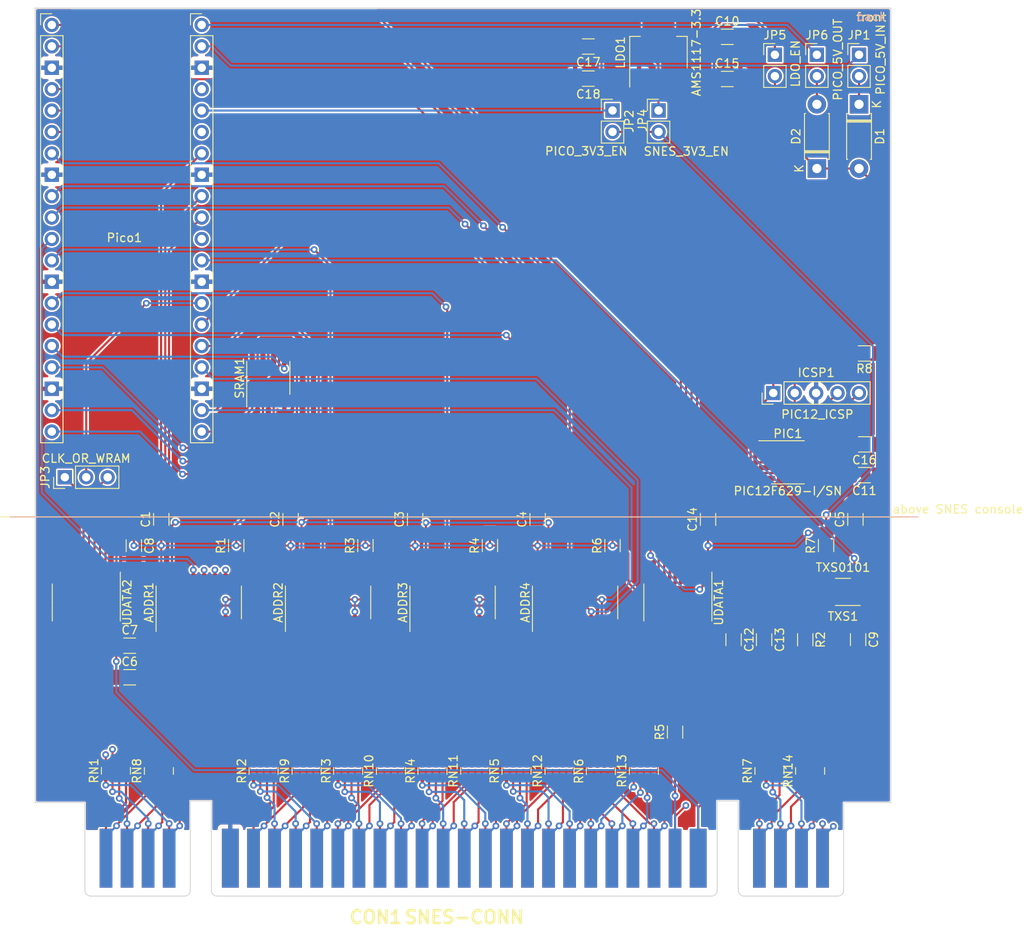
<source format=kicad_pcb>
(kicad_pcb (version 20211014) (generator pcbnew)
  (title_block (title "pico-cart-snes") (date "2022-08-06") (rev "v1") (company "jsd1982"))
  (layers (0 "F.Cu" signal) (31 "B.Cu" signal) (34 "B.Paste" user) (35 "F.Paste" user) (36 "B.SilkS" user "B.Silkscreen") (37 "F.SilkS" user "F.Silkscreen") (38 "B.Mask" user) (39 "F.Mask" user) (44 "Edge.Cuts" user))
  (net 0 "")
  (net 1 "/XCLK_21.477MHZ")
  (net 2 "/XEXPAND")
  (net 3 "/XPA6")
  (net 4 "/X~{PARD}")
  (net 5 "GND")
  (net 6 "/XA11")
  (net 7 "/XA10")
  (net 8 "/XA9")
  (net 9 "/XA8")
  (net 10 "/XA7")
  (net 11 "/XA6")
  (net 12 "/XA5")
  (net 13 "/XA4")
  (net 14 "/XA3")
  (net 15 "/XA2")
  (net 16 "/XA1")
  (net 17 "/XA0")
  (net 18 "/X~{IRQ}")
  (net 19 "/XD0")
  (net 20 "/XD1")
  (net 21 "/XD2")
  (net 22 "/XD3")
  (net 23 "/X~{RD}")
  (net 24 "/XCIC_OUT")
  (net 25 "/XCIC_RST")
  (net 26 "/X~{RESET}")
  (net 27 "+5V")
  (net 28 "/XPA0")
  (net 29 "/XPA2")
  (net 30 "/XPA4")
  (net 31 "/AUDIO_L")
  (net 32 "/X~{WRAM}")
  (net 33 "/XREFRESH")
  (net 34 "/XPA7")
  (net 35 "/X~{PAWR}")
  (net 36 "/XA12")
  (net 37 "/XA13")
  (net 38 "/XA14")
  (net 39 "/XA15")
  (net 40 "/XA16")
  (net 41 "/XA17")
  (net 42 "/XA18")
  (net 43 "/XA19")
  (net 44 "/XA20")
  (net 45 "/XA21")
  (net 46 "/XA22")
  (net 47 "/XA23")
  (net 48 "/X~{CE}")
  (net 49 "/XD4")
  (net 50 "/XD5")
  (net 51 "/XD6")
  (net 52 "/XD7")
  (net 53 "/X~{WR}")
  (net 54 "/XCIC_IN")
  (net 55 "/XCIC_CLK")
  (net 56 "/XCPU_CLK")
  (net 57 "/XPA1")
  (net 58 "/XPA3")
  (net 59 "/XPA5")
  (net 60 "/AUDIO_R")
  (net 61 "/YPA1")
  (net 62 "/YPA3")
  (net 63 "/YPA5")
  (net 64 "/CLK_INH")
  (net 65 "Net-(ADDR1-Pad9)")
  (net 66 "/YA8")
  (net 67 "/YA9")
  (net 68 "/YA10")
  (net 69 "/YA11")
  (net 70 "/YA4")
  (net 71 "/YA5")
  (net 72 "/YA6")
  (net 73 "/YA7")
  (net 74 "/YA0")
  (net 75 "/YA1")
  (net 76 "/YA2")
  (net 77 "/YA3")
  (net 78 "/ADDR1QH")
  (net 79 "/YA12")
  (net 80 "/YA13")
  (net 81 "/YA14")
  (net 82 "/YA15")
  (net 83 "/YA16")
  (net 84 "/YA17")
  (net 85 "/YA18")
  (net 86 "/YA19")
  (net 87 "/YA20")
  (net 88 "/YA21")
  (net 89 "/YA22")
  (net 90 "/YA23")
  (net 91 "/Y~{CE}")
  (net 92 "/YD4")
  (net 93 "/YD5")
  (net 94 "/YD6")
  (net 95 "/YD2")
  (net 96 "/YD1")
  (net 97 "/YD0")
  (net 98 "/Y~{IRQ}")
  (net 99 "/YD7")
  (net 100 "/Y~{WR}")
  (net 101 "/CIC_IN")
  (net 102 "/CIC_CLK")
  (net 103 "/CIC_RST")
  (net 104 "/CIC_OUT")
  (net 105 "/Y~{RD}")
  (net 106 "/YD3")
  (net 107 "/~{ADDRLD}")
  (net 108 "Net-(ADDR2-Pad9)")
  (net 109 "/YCPU_CLK")
  (net 110 "/Y~{RESET}")
  (net 111 "/Y~{WRAM}")
  (net 112 "/YREFRESH")
  (net 113 "/YPA7")
  (net 114 "/Y~{PAWR}")
  (net 115 "/Y~{PARD}")
  (net 116 "/YPA6")
  (net 117 "/YEXPAND")
  (net 118 "/YCLK_21.477MHZ")
  (net 119 "/ADDR2QH")
  (net 120 "Net-(ADDR3-Pad9)")
  (net 121 "/YPA4")
  (net 122 "/YPA2")
  (net 123 "/YPA0")
  (net 124 "/ADDR3QH")
  (net 125 "/CLK_133MHZ")
  (net 126 "Net-(ADDR4-Pad9)")
  (net 127 "/ADDR4QH")
  (net 128 "Net-(C17-Pad1)")
  (net 129 "+3.3V")
  (net 130 "/DDIR")
  (net 131 "/D0")
  (net 132 "/D1")
  (net 133 "/D2")
  (net 134 "/D3")
  (net 135 "/D4")
  (net 136 "/D5")
  (net 137 "/D6")
  (net 138 "/D7")
  (net 139 "Net-(JP2-Pad1)")
  (net 141 "/~{IRQ}")
  (net 142 "/~{CE}")
  (net 143 "/~{RD}")
  (net 144 "/~{WR}")
  (net 145 "/~{RESET}")
  (net 146 "/CPU_CLK")
  (net 147 "/PSRAM_SIO1")
  (net 148 "/PSRAM_SIO2")
  (net 149 "/PSRAM_SIO0")
  (net 150 "/PSRAM_SIO3")
  (net 154 "Net-(D2-Pad2)")
  (net 155 "/ICSPVPP")
  (net 156 "/PSRAM_~{CE}")
  (net 157 "Net-(R7-Pad1)")
  (net 158 "Net-(JP6-Pad1)")
  (net 160 "Net-(JP1-Pad1)")
  (net 161 "Net-(D1-Pad1)")
  (net 162 "/~{WRAM}")
  (net 163 "/~{PARD}")
  (net 164 "/~{PAWR}")
  (net 165 "Net-(C10-Pad1)")
  (net 168 "Net-(JP3-Pad2)")
  (footprint "Resistor_SMD:R_Array_Concave_4x0603" (layer "F.Cu") (at 148.475 119 90)
    (fp_text reference "RN12")
    (fp_text value "100R")
  )
  (footprint "Resistor_SMD:R_Array_Concave_4x0603" (layer "F.Cu") (at 100.95 119 90)
    (fp_text reference "RN8")
    (fp_text value "100R")
  )
  (footprint "Resistor_SMD:R_Array_Concave_4x0603" (layer "F.Cu") (at 133.4 119 90)
    (fp_text reference "RN4")
    (fp_text value "100R")
  )
  (footprint "Capacitor_SMD:C_1206_3216Metric_Pad1.33x1.80mm_HandSolder" (layer "F.Cu") (at 97.49 104.13)
    (fp_text reference "C7")
    (fp_text value "0.1uF")
  )
  (footprint "Capacitor_SMD:C_1206_3216Metric_Pad1.33x1.80mm_HandSolder" (layer "F.Cu") (at 166.09 89.143 90)
    (fp_text reference "C14")
    (fp_text value "0.1uF")
  )
  (footprint "RPi_Pico:RPi_Pico_2x20" (layer "F.Cu") (at 88.25 30.46)
    (fp_text reference "Pico1")
    (fp_text value "RPi_Pico_2x20")
  )
  (footprint "Capacitor_SMD:C_1206_3216Metric_Pad1.33x1.80mm_HandSolder" (layer "F.Cu") (at 101.235 89.143 90)
    (fp_text reference "C1")
    (fp_text value "0.1uF")
  )
  (footprint "Capacitor_SMD:C_1206_3216Metric_Pad1.33x1.80mm_HandSolder" (layer "F.Cu") (at 168.37 31.87)
    (fp_text reference "C10")
    (fp_text value "0.1uF")
  )
  (footprint "Capacitor_SMD:C_1206_3216Metric_Pad1.33x1.80mm_HandSolder" (layer "F.Cu") (at 116.575 89.143 90)
    (fp_text reference "C2")
    (fp_text value "0.1uF")
  )
  (footprint "Capacitor_SMD:C_1206_3216Metric_Pad1.33x1.80mm_HandSolder" (layer "F.Cu") (at 183.57 89.143 90)
    (fp_text reference "C5")
    (fp_text value "0.1uF")
  )
  (footprint "Capacitor_SMD:C_1206_3216Metric_Pad1.33x1.80mm_HandSolder" (layer "F.Cu") (at 151.89 36.83 180)
    (fp_text reference "C18")
    (fp_text value "0.1uF")
  )
  (footprint "Connector_PinHeader_2.54mm:PinHeader_1x05_P2.54mm_Vertical" (layer "F.Cu") (at 173.83 74.14 90)
    (fp_text reference "ICSP1")
    (fp_text value "PIC12_ICSP")
  )
  (footprint "Package_SO:SOIC-16_3.9x9.9mm_P1.27mm" (layer "F.Cu") (at 105.68 99 90)
    (fp_text reference "ADDR1")
    (fp_text value "74LV166A")
  )
  (footprint "Connector_PinHeader_2.54mm:PinHeader_1x02_P2.54mm_Vertical" (layer "F.Cu") (at 174.02 34)
    (fp_text reference "JP5")
    (fp_text value "LDO_EN")
  )
  (footprint "Resistor_SMD:R_Array_Concave_4x0603" (layer "F.Cu") (at 118.475 119 90)
    (fp_text reference "RN9")
    (fp_text value "100R")
  )
  (footprint "Capacitor_SMD:C_1206_3216Metric_Pad1.33x1.80mm_HandSolder" (layer "F.Cu") (at 183.89 103.41 -90)
    (fp_text reference "C9")
    (fp_text value "0.1uF")
  )
  (footprint "Resistor_SMD:R_1206_3216Metric_Pad1.30x1.75mm_HandSolder" (layer "F.Cu") (at 140.22 92.25 90)
    (fp_text reference "R4")
    (fp_text value "10kR")
  )
  (footprint "Capacitor_SMD:C_1206_3216Metric_Pad1.33x1.80mm_HandSolder" (layer "F.Cu") (at 168.37 36.875)
    (fp_text reference "C15")
    (fp_text value "10uF")
  )
  (footprint "Capacitor_SMD:C_1206_3216Metric_Pad1.33x1.80mm_HandSolder" (layer "F.Cu") (at 169.12 103.4225 -90)
    (fp_text reference "C12")
    (fp_text value "1uF")
  )
  (footprint "Resistor_SMD:R_Array_Concave_4x0603" (layer "F.Cu") (at 128.475 119 90)
    (fp_text reference "RN10")
    (fp_text value "100R")
  )
  (footprint "Resistor_SMD:R_Array_Concave_4x0603" (layer "F.Cu") (at 95.85 118.975 90)
    (fp_text reference "RN1")
    (fp_text value "100R")
  )
  (footprint "Capacitor_SMD:C_1206_3216Metric_Pad1.33x1.80mm_HandSolder" (layer "F.Cu") (at 184.64 83.89 180)
    (fp_text reference "C11")
    (fp_text value "1uF")
  )
  (footprint "Resistor_SMD:R_1206_3216Metric_Pad1.30x1.75mm_HandSolder" (layer "F.Cu") (at 162.18 114.38 90)
    (fp_text reference "R5")
    (fp_text value "100R")
  )
  (footprint "Capacitor_SMD:C_1206_3216Metric_Pad1.33x1.80mm_HandSolder" (layer "F.Cu") (at 97.98 92.268 -90)
    (fp_text reference "C8")
    (fp_text value "0.1uF")
  )
  (footprint "Resistor_SMD:R_1206_3216Metric_Pad1.30x1.75mm_HandSolder" (layer "F.Cu") (at 184.64 69.45 180)
    (fp_text reference "R8")
    (fp_text value "10kR")
  )
  (footprint "Package_SO:SOIC-16_3.9x9.9mm_P1.27mm" (layer "F.Cu") (at 135.79 99 90)
    (fp_text reference "ADDR3")
    (fp_text value "74LV166A")
  )
  (footprint "Resistor_SMD:R_Array_Concave_4x0603" (layer "F.Cu") (at 158.475 119 90)
    (fp_text reference "RN13")
    (fp_text value "100R")
  )
  (footprint "Connector_PinHeader_2.54mm:PinHeader_1x02_P2.54mm_Vertical" (layer "F.Cu") (at 154.76 40.61)
    (fp_text reference "JP2")
    (fp_text value "PICO_3V3_EN")
  )
  (footprint "Capacitor_SMD:C_1206_3216Metric_Pad1.33x1.80mm_HandSolder" (layer "F.Cu") (at 151.89 33.02 180)
    (fp_text reference "C17")
    (fp_text value "10uF")
  )
  (footprint "Package_SO:TSSOP-24_4.4x7.8mm_P0.65mm" (layer "F.Cu") (at 162.51 99 -90)
    (fp_text reference "UDATA1")
    (fp_text value "SN74LVC8T245PWR")
  )
  (footprint "SNES:SNESCART_EXT2" (layer "F.Cu") (at 137.17486 128.84924)
    (fp_text reference "CON1")
    (fp_text value "SNES-CONN")
    (fp_line (start -45.00118 -6.10108) (end -45.00118 4.30022) (layer "Edge.Cuts") (width 0.09906))
    (fp_line (start 45.00118 -6.10108) (end 45.00118 4.30022) (layer "Edge.Cuts") (width 0.09906))
    (fp_line (start 29.99994 4.30022) (end 29.99994 -6.2992) (layer "Edge.Cuts") (width 0.1016))
    (fp_line (start 50.5993 -100.3808) (end 50.59934 -6.10108) (layer "Edge.Cuts") (width 0.09906))
    (fp_line (start 29.99994 -6.2992) (end 32.4993 -6.2992) (layer "Edge.Cuts") (width 0.1016))
    (fp_line (start 33.20034 5.00126) (end 44.30014 5.00126) (layer "Edge.Cuts") (width 0.1016))
    (fp_line (start -29.2989 5.00126) (end 29.2989 5.00126) (layer "Edge.Cuts") (width 0.1016))
    (fp_line (start -50.8993 -100.3808) (end 50.5993 -100.3808) (layer "Edge.Cuts") (width 0.12))
    (fp_line (start -50.8993 -100.3808) (end -50.8993 -6.10108) (layer "Edge.Cuts") (width 0.09906))
    (fp_line (start -32.4993 -6.2992) (end -32.4993 4.30022) (layer "Edge.Cuts") (width 0.1016))
    (fp_line (start -29.99994 -6.2992) (end -32.4993 -6.2992) (layer "Edge.Cuts") (width 0.1016))
    (fp_line (start -33.20034 5.00126) (end -44.30014 5.00126) (layer "Edge.Cuts") (width 0.1016))
    (fp_line (start 32.4993 -6.2992) (end 32.4993 4.30022) (layer "Edge.Cuts") (width 0.1016))
    (fp_line (start -50.8993 -6.10108) (end -45.00118 -6.10108) (layer "Edge.Cuts") (width 0.1016))
    (fp_line (start -29.99994 4.30022) (end -29.99994 -6.2992) (layer "Edge.Cuts") (width 0.1016))
    (fp_line (start 45.00118 -6.10108) (end 50.59934 -6.10108) (layer "Edge.Cuts") (width 0.1016))
    (fp_arc (start -32.4993 4.30022) (mid -32.70463 4.79593) (end -33.20034 5.00126) (layer "Edge.Cuts") (width 0.09906))
    (fp_arc (start -44.30014 5.00126) (mid -44.79585 4.79593) (end -45.00118 4.30022) (layer "Edge.Cuts") (width 0.09906))
    (fp_arc (start 33.20034 5.00126) (mid 32.704597 4.795945) (end 32.4993 4.30022) (layer "Edge.Cuts") (width 0.09906))
    (fp_arc (start -29.2989 5.00126) (mid -29.79461 4.79593) (end -29.99994 4.30022) (layer "Edge.Cuts") (width 0.09906))
    (fp_arc (start 45.00118 4.30022) (mid 44.795845 4.795931) (end 44.30014 5.00126) (layer "Edge.Cuts") (width 0.09906))
    (fp_arc (start 29.99994 4.30022) (mid 29.794603 4.795917) (end 29.2989 5.00126) (layer "Edge.Cuts") (width 0.09906))
  )
  (footprint "Capacitor_SMD:C_1206_3216Metric_Pad1.33x1.80mm_HandSolder" (layer "F.Cu") (at 97.49 107.88)
    (fp_text reference "C6")
    (fp_text value "1uF")
  )
  (footprint "Connector_PinHeader_2.54mm:PinHeader_1x02_P2.54mm_Vertical" (layer "F.Cu") (at 184 34)
    (fp_text reference "JP1")
    (fp_text value "PICO_5V_IN")
  )
  (footprint "Capacitor_SMD:C_1206_3216Metric_Pad1.33x1.80mm_HandSolder" (layer "F.Cu") (at 145.88 89.143 90)
    (fp_text reference "C4")
    (fp_text value "0.1uF")
  )
  (footprint "Resistor_SMD:R_Array_Concave_4x0603" (layer "F.Cu") (at 178.2 119 90)
    (fp_text reference "RN14")
    (fp_text value "100R")
  )
  (footprint "Package_SO:SOIC-8_3.9x4.9mm_P1.27mm" (layer "F.Cu") (at 113.93 72.35 90)
    (fp_text reference "SRAM1")
    (fp_text value "LY68L6400SLIT")
  )
  (footprint "Resistor_SMD:R_Array_Concave_4x0603" (layer "F.Cu") (at 173.375 119 90)
    (fp_text reference "RN7")
    (fp_text value "100R")
  )
  (footprint "Connector_PinHeader_2.54mm:PinHeader_1x02_P2.54mm_Vertical" (layer "F.Cu") (at 179 34)
    (fp_text reference "JP6")
    (fp_text value "PICO_5V_OUT")
  )
  (footprint "Package_TO_SOT_SMD:SOT-223-3_TabPin2" (layer "F.Cu") (at 160.21 33.73 90)
    (fp_text reference "LDO1")
    (fp_text value "AMS1117-3.3")
  )
  (footprint "Resistor_SMD:R_1206_3216Metric_Pad1.30x1.75mm_HandSolder" (layer "F.Cu") (at 177.62 103.4225 -90)
    (fp_text reference "R2")
    (fp_text value "100R")
  )
  (footprint "Package_TO_SOT_SMD:SOT-23-6_Handsoldering" (layer "F.Cu") (at 182.1 97.75 180)
    (fp_text reference "TXS1")
    (fp_text value "TXS0101")
  )
  (footprint "Package_SO:SOIC-16_3.9x9.9mm_P1.27mm" (layer "F.Cu") (at 121.02 99 90)
    (fp_text reference "ADDR2")
    (fp_text value "74LV166A")
  )
  (footprint "Resistor_SMD:R_Array_Concave_4x0603" (layer "F.Cu") (at 153.375 119.025 90)
    (fp_text reference "RN6")
    (fp_text value "100R")
  )
  (footprint "Resistor_SMD:R_Array_Concave_4x0603" (layer "F.Cu") (at 138.475 119 90)
    (fp_text reference "RN11")
    (fp_text value "100R")
  )
  (footprint "Resistor_SMD:R_1206_3216Metric_Pad1.30x1.75mm_HandSolder" (layer "F.Cu") (at 125.45 92.25 90)
    (fp_text reference "R3")
    (fp_text value "10kR")
  )
  (footprint "Resistor_SMD:R_1206_3216Metric_Pad1.30x1.75mm_HandSolder" (layer "F.Cu") (at 154.76 92.25 90)
    (fp_text reference "R6")
    (fp_text value "10kR")
  )
  (footprint "Connector_PinHeader_2.54mm:PinHeader_1x02_P2.54mm_Vertical" (layer "F.Cu") (at 160.22 40.61)
    (fp_text reference "JP4")
    (fp_text value "SNES_3V3_EN")
  )
  (footprint "Package_SO:TSSOP-24_4.4x7.8mm_P0.65mm" (layer "F.Cu") (at 92.34 99 -90)
    (fp_text reference "UDATA2")
    (fp_text value "SN74LVC8T245PWR")
  )
  (footprint "Resistor_SMD:R_1206_3216Metric_Pad1.30x1.75mm_HandSolder" (layer "F.Cu") (at 180.09 92.25 90)
    (fp_text reference "R7")
    (fp_text value "10kR")
  )
  (footprint "Resistor_SMD:R_Array_Concave_4x0603" (layer "F.Cu") (at 113.375 119 90)
    (fp_text reference "RN2")
    (fp_text value "100R")
  )
  (footprint "Capacitor_SMD:C_1206_3216Metric_Pad1.33x1.80mm_HandSolder" (layer "F.Cu") (at 131.345 89.143 90)
    (fp_text reference "C3")
    (fp_text value "0.1uF")
  )
  (footprint "Capacitor_SMD:C_1206_3216Metric_Pad1.33x1.80mm_HandSolder" (layer "F.Cu") (at 172.74 103.4225 -90)
    (fp_text reference "C13")
    (fp_text value "0.1uF")
  )
  (footprint "Capacitor_SMD:C_1206_3216Metric_Pad1.33x1.80mm_HandSolder" (layer "F.Cu") (at 184.64 80.24 180)
    (fp_text reference "C16")
    (fp_text value "0.1uF")
  )
  (footprint "Diode_THT:D_DO-41_SOD81_P7.62mm_Horizontal" (layer "F.Cu") (at 184 39.88 -90)
    (fp_text reference "D1")
    (fp_text value "1N5818")
  )
  (footprint "Resistor_SMD:R_1206_3216Metric_Pad1.30x1.75mm_HandSolder" (layer "F.Cu") (at 110.125 92.25 90)
    (fp_text reference "R1")
    (fp_text value "10kR")
  )
  (footprint "Resistor_SMD:R_Array_Concave_4x0603" (layer "F.Cu") (at 143.375 119 90)
    (fp_text reference "RN5")
    (fp_text value "100R")
  )
  (footprint "Resistor_SMD:R_Array_Concave_4x0603" (layer "F.Cu") (at 123.4 119 90)
    (fp_text reference "RN3")
    (fp_text value "100R")
  )
  (footprint "Connector_PinHeader_2.54mm:PinHeader_1x03_P2.54mm_Vertical" (layer "F.Cu") (at 89.795 84.14 90)
    (fp_text reference "JP3")
    (fp_text value "CLK_OR_WRAM")
  )
  (footprint "Diode_THT:D_DO-41_SOD81_P7.62mm_Horizontal" (layer "F.Cu") (at 179 47.5 90)
    (fp_text reference "D2")
    (fp_text value "1N5818")
  )
  (footprint "Package_SO:SOIC-8_3.9x4.9mm_P1.27mm" (layer "F.Cu") (at 175.56 82.37)
    (fp_text reference "PIC1")
    (fp_text value "PIC12F629-I/SN")
  )
  (footprint "Package_SO:SOIC-16_3.9x9.9mm_P1.27mm" (layer "F.Cu") (at 150.32 99 90)
    (fp_text reference "ADDR4")
    (fp_text value "74LV166A")
  )
  (segment (start 94.67558 125.16442) (end 97.06 122.78) (width 0.25) (layer "F.Cu") (net 1))
  (segment (start 97.06 122.78) (end 97.05 122.77) (width 0.25) (layer "F.Cu") (net 1))
  (segment (start 94.67558 129.34962) (end 94.67558 125.16442) (width 0.25) (layer "F.Cu") (net 1))
  (segment (start 97.05 122.77) (end 97.05 119.825) (width 0.25) (layer "F.Cu") (net 1))
  (segment (start 97.17494 125.25494) (end 97.17 125.25) (width 0.25) (layer "F.Cu") (net 2))
  (segment (start 96.25 122.25) (end 96.25 119.825) (width 0.25) (layer "F.Cu") (net 2))
  (segment (start 97.17494 129.34962) (end 97.17494 125.25494) (width 0.25) (layer "F.Cu") (net 2))
  (via (at 97.17 125.25) (size 0.8) (drill 0.4) (layers "F.Cu" "B.Cu") (net 2))
  (via (at 96.25 122.25) (size 0.8) (drill 0.4) (layers "F.Cu" "B.Cu") (net 2))
  (segment (start 96.25 122.25) (end 97.17 123.17) (width 0.25) (layer "B.Cu") (net 2))
  (segment (start 97.17 123.17) (end 97.17 125.25) (width 0.25) (layer "B.Cu") (net 2))
  (segment (start 95.45 121.46) (end 95.45 119.825) (width 0.25) (layer "F.Cu") (net 3))
  (segment (start 99.6743 125.265698) (end 99.69 125.249998) (width 0.25) (layer "F.Cu") (net 3))
  (segment (start 99.6743 129.34962) (end 99.6743 125.265698) (width 0.25) (layer "F.Cu") (net 3))
  (via (at 95.45 121.46) (size 0.8) (drill 0.4) (layers "F.Cu" "B.Cu") (net 3))
  (via (at 99.69 125.249998) (size 0.8) (drill 0.4) (layers "F.Cu" "B.Cu") (net 3))
  (segment (start 99.69 124.665402) (end 96.484598 121.46) (width 0.25) (layer "B.Cu") (net 3))
  (segment (start 99.69 125.249998) (end 99.69 124.665402) (width 0.25) (layer "B.Cu") (net 3))
  (segment (start 96.484598 121.46) (end 95.45 121.46) (width 0.25) (layer "B.Cu") (net 3))
  (segment (start 94.65 120.68) (end 94.65 119.825) (width 0.25) (layer "F.Cu") (net 4))
  (segment (start 102.17366 129.34962) (end 102.17366 125.24366) (width 0.25) (layer "F.Cu") (net 4))
  (segment (start 102.17366 125.24366) (end 102.17 125.24) (width 0.25) (layer "F.Cu") (net 4))
  (via (at 94.65 120.68) (size 0.8) (drill 0.4) (layers "F.Cu" "B.Cu") (net 4))
  (via (at 102.17 125.24) (size 0.8) (drill 0.4) (layers "F.Cu" "B.Cu") (net 4))
  (segment (start 97.61 120.68) (end 102.17 125.24) (width 0.25) (layer "B.Cu") (net 4))
  (segment (start 94.65 120.68) (end 97.61 120.68) (width 0.25) (layer "B.Cu") (net 4))
  (segment (start 112.17364 125.63636) (end 114.575 123.235) (width 0.25) (layer "F.Cu") (net 6))
  (segment (start 114.575 123.235) (end 114.575 119.85) (width 0.25) (layer "F.Cu") (net 6))
  (segment (start 112.17364 129.34962) (end 112.17364 125.63636) (width 0.25) (layer "F.Cu") (net 6))
  (segment (start 113.775 119.85) (end 113.775 122.155) (width 0.25) (layer "F.Cu") (net 7))
  (segment (start 114.67554 129.34962) (end 114.67554 125.255538) (width 0.25) (layer "F.Cu") (net 7))
  (segment (start 114.67554 125.255538) (end 114.67 125.249998) (width 0.25) (layer "F.Cu") (net 7))
  (segment (start 113.775 122.155) (end 113.78 122.16) (width 0.25) (layer "F.Cu") (net 7))
  (via (at 114.67 125.249998) (size 0.8) (drill 0.4) (layers "F.Cu" "B.Cu") (net 7))
  (via (at 113.78 122.16) (size 0.8) (drill 0.4) (layers "F.Cu" "B.Cu") (net 7))
  (segment (start 114.67 123.05) (end 113.78 122.16) (width 0.25) (layer "B.Cu") (net 7))
  (segment (start 114.67 125.249998) (end 114.67 123.05) (width 0.25) (layer "B.Cu") (net 7))
  (segment (start 117.1749 125.254898) (end 117.17 125.249998) (width 0.25) (layer "F.Cu") (net 8))
  (segment (start 112.98 121.43) (end 112.98 119.855) (width 0.25) (layer "F.Cu") (net 8))
  (segment (start 112.98 119.855) (end 112.975 119.85) (width 0.25) (layer "F.Cu") (net 8))
  (segment (start 117.1749 129.34962) (end 117.1749 125.254898) (width 0.25) (layer "F.Cu") (net 8))
  (via (at 117.17 125.249998) (size 0.8) (drill 0.4) (layers "F.Cu" "B.Cu") (net 8))
  (via (at 112.98 121.43) (size 0.8) (drill 0.4) (layers "F.Cu" "B.Cu") (net 8))
  (segment (start 117.17 125.249998) (end 117.17 123.82) (width 0.25) (layer "B.Cu") (net 8))
  (segment (start 114.78 121.43) (end 112.98 121.43) (width 0.25) (layer "B.Cu") (net 8))
  (segment (start 117.17 123.82) (end 114.78 121.43) (width 0.25) (layer "B.Cu") (net 8))
  (segment (start 112.18 119.855) (end 112.175 119.85) (width 0.25) (layer "F.Cu") (net 9))
  (segment (start 119.67426 129.34962) (end 119.67426 125.254258) (width 0.25) (layer "F.Cu") (net 9))
  (segment (start 112.18 120.7) (end 112.18 119.855) (width 0.25) (layer "F.Cu") (net 9))
  (segment (start 119.67426 125.254258) (end 119.67 125.249998) (width 0.25) (layer "F.Cu") (net 9))
  (via (at 119.67 125.249998) (size 0.8) (drill 0.4) (layers "F.Cu" "B.Cu") (net 9))
  (via (at 112.18 120.7) (size 0.8) (drill 0.4) (layers "F.Cu" "B.Cu") (net 9))
  (segment (start 115.120002 120.7) (end 112.18 120.7) (width 0.25) (layer "B.Cu") (net 9))
  (segment (start 119.67 125.249998) (end 115.120002 120.7) (width 0.25) (layer "B.Cu") (net 9))
  (segment (start 122.17362 125.256378) (end 122.18 125.249998) (width 0.25) (layer "F.Cu") (net 10))
  (segment (start 122.17362 129.34962) (end 122.17362 125.256378) (width 0.25) (layer "F.Cu") (net 10))
  (segment (start 124.6 122.829998) (end 124.6 119.85) (width 0.25) (layer "F.Cu") (net 10))
  (segment (start 122.18 125.249998) (end 124.6 122.829998) (width 0.25) (layer "F.Cu") (net 10))
  (via (at 122.18 125.249998) (size 0.8) (drill 0.4) (layers "F.Cu" "B.Cu") (net 10))
  (segment (start 124.67552 125.254478) (end 124.68 125.249998) (width 0.25) (layer "F.Cu") (net 11))
  (segment (start 124.67552 129.34962) (end 124.67552 125.254478) (width 0.25) (layer "F.Cu") (net 11))
  (segment (start 123.8 122.2) (end 123.8 119.85) (width 0.25) (layer "F.Cu") (net 11))
  (via (at 124.68 125.249998) (size 0.8) (drill 0.4) (layers "F.Cu" "B.Cu") (net 11))
  (via (at 123.8 122.2) (size 0.8) (drill 0.4) (layers "F.Cu" "B.Cu") (net 11))
  (segment (start 124.68 125.249998) (end 124.68 123.08) (width 0.25) (layer "B.Cu") (net 11))
  (segment (start 124.68 123.08) (end 123.8 122.2) (width 0.25) (layer "B.Cu") (net 11))
  (segment (start 127.17488 125.254878) (end 127.17 125.249998) (width 0.25) (layer "F.Cu") (net 12))
  (segment (start 127.17488 129.34962) (end 127.17488 125.254878) (width 0.25) (layer "F.Cu") (net 12))
  (segment (start 123 121.47) (end 123 119.85) (width 0.25) (layer "F.Cu") (net 12))
  (via (at 123 121.47) (size 0.8) (drill 0.4) (layers "F.Cu" "B.Cu") (net 12))
  (via (at 127.17 125.249998) (size 0.8) (drill 0.4) (layers "F.Cu" "B.Cu") (net 12))
  (segment (start 127.17 125.249998) (end 127.17 122.72) (width 0.25) (layer "B.Cu") (net 12))
  (segment (start 127.17 122.72) (end 125.92 121.47) (width 0.25) (layer "B.Cu") (net 12))
  (segment (start 125.92 121.47) (end 123 121.47) (width 0.25) (layer "B.Cu") (net 12))
  (segment (start 122.2 120.69) (end 122.2 119.85) (width 0.25) (layer "F.Cu") (net 13))
  (segment (start 129.67424 129.34962) (end 129.67424 125.254238) (width 0.25) (layer "F.Cu") (net 13))
  (segment (start 129.67424 125.254238) (end 129.67 125.249998) (width 0.25) (layer "F.Cu") (net 13))
  (via (at 129.67 125.249998) (size 0.8) (drill 0.4) (layers "F.Cu" "B.Cu") (net 13))
  (via (at 122.2 120.69) (size 0.8) (drill 0.4) (layers "F.Cu" "B.Cu") (net 13))
  (segment (start 125.77569 120.69) (end 122.2 120.69) (width 0.25) (layer "B.Cu") (net 13))
  (segment (start 129.67 124.58431) (end 125.77569 120.69) (width 0.25) (layer "B.Cu") (net 13))
  (segment (start 129.67 125.249998) (end 129.67 124.58431) (width 0.25) (layer "B.Cu") (net 13))
  (segment (start 132.1736 125.253598) (end 132.17 125.249998) (width 0.25) (layer "F.Cu") (net 14))
  (segment (start 134.6 122.54) (end 134.6 119.85) (width 0.25) (layer "F.Cu") (net 14))
  (segment (start 132.17 124.97) (end 134.6 122.54) (width 0.25) (layer "F.Cu") (net 14))
  (segment (start 132.17 125.249998) (end 132.17 124.97) (width 0.25) (layer "F.Cu") (net 14))
  (segment (start 132.1736 129.34962) (end 132.1736 125.253598) (width 0.25) (layer "F.Cu") (net 14))
  (via (at 132.17 125.249998) (size 0.8) (drill 0.4) (layers "F.Cu" "B.Cu") (net 14))
  (segment (start 134.6755 129.34962) (end 134.6755 125.255498) (width 0.25) (layer "F.Cu") (net 15))
  (segment (start 134.6755 125.255498) (end 134.67 125.249998) (width 0.25) (layer "F.Cu") (net 15))
  (segment (start 133.8 122.22) (end 133.8 119.85) (width 0.25) (layer "F.Cu") (net 15))
  (via (at 133.8 122.22) (size 0.8) (drill 0.4) (layers "F.Cu" "B.Cu") (net 15))
  (via (at 134.67 125.249998) (size 0.8) (drill 0.4) (layers "F.Cu" "B.Cu") (net 15))
  (segment (start 134.67 125.249998) (end 134.67 123.09) (width 0.25) (layer "B.Cu") (net 15))
  (segment (start 134.67 123.09) (end 133.8 122.22) (width 0.25) (layer "B.Cu") (net 15))
  (segment (start 133 121.48) (end 133 119.85) (width 0.25) (layer "F.Cu") (net 16))
  (segment (start 137.17486 125.254858) (end 137.17 125.249998) (width 0.25) (layer "F.Cu") (net 16))
  (segment (start 137.17486 129.34962) (end 137.17486 125.254858) (width 0.25) (layer "F.Cu") (net 16))
  (via (at 133 121.48) (size 0.8) (drill 0.4) (layers "F.Cu" "B.Cu") (net 16))
  (via (at 137.17 125.249998) (size 0.8) (drill 0.4) (layers "F.Cu" "B.Cu") (net 16))
  (segment (start 136.19 121.48) (end 133 121.48) (width 0.25) (layer "B.Cu") (net 16))
  (segment (start 137.17 125.249998) (end 137.17 122.46) (width 0.25) (layer "B.Cu") (net 16))
  (segment (start 137.17 122.46) (end 136.19 121.48) (width 0.25) (layer "B.Cu") (net 16))
  (segment (start 132.2 120.7) (end 132.2 119.85) (width 0.25) (layer "F.Cu") (net 17))
  (segment (start 139.67422 129.34962) (end 139.67422 125.254218) (width 0.25) (layer "F.Cu") (net 17))
  (segment (start 139.67422 125.254218) (end 139.67 125.249998) (width 0.25) (layer "F.Cu") (net 17))
  (via (at 139.67 125.249998) (size 0.8) (drill 0.4) (layers "F.Cu" "B.Cu") (net 17))
  (via (at 132.2 120.7) (size 0.8) (drill 0.4) (layers "F.Cu" "B.Cu") (net 17))
  (segment (start 139.67 123.98) (end 136.39 120.7) (width 0.25) (layer "B.Cu") (net 17))
  (segment (start 139.67 125.249998) (end 139.67 123.98) (width 0.25) (layer "B.Cu") (net 17))
  (segment (start 136.39 120.7) (end 132.2 120.7) (width 0.25) (layer "B.Cu") (net 17))
  (segment (start 142.18 125.249998) (end 144.575 122.854998) (width 0.25) (layer "F.Cu") (net 18))
  (segment (start 144.575 122.854998) (end 144.575 119.85) (width 0.25) (layer "F.Cu") (net 18))
  (segment (start 142.17612 125.253878) (end 142.18 125.249998) (width 0.25) (layer "F.Cu") (net 18))
  (segment (start 142.17612 129.34962) (end 142.17612 125.253878) (width 0.25) (layer "F.Cu") (net 18))
  (via (at 142.18 125.249998) (size 0.8) (drill 0.4) (layers "F.Cu" "B.Cu") (net 18))
  (segment (start 143.78 119.855) (end 143.775 119.85) (width 0.25) (layer "F.Cu") (net 19))
  (segment (start 144.67548 125.255478) (end 144.67 125.249998) (width 0.25) (layer "F.Cu") (net 19))
  (segment (start 144.67548 129.34962) (end 144.67548 125.255478) (width 0.25) (layer "F.Cu") (net 19))
  (segment (start 143.78 122.21) (end 143.78 119.855) (width 0.25) (layer "F.Cu") (net 19))
  (via (at 143.78 122.21) (size 0.8) (drill 0.4) (layers "F.Cu" "B.Cu") (net 19))
  (via (at 144.67 125.249998) (size 0.8) (drill 0.4) (layers "F.Cu" "B.Cu") (net 19))
  (segment (start 144.67 125.249998) (end 144.67 123.1) (width 0.25) (layer "B.Cu") (net 19))
  (segment (start 144.67 123.1) (end 143.78 122.21) (width 0.25) (layer "B.Cu") (net 19))
  (segment (start 142.98 121.43) (end 142.98 119.855) (width 0.25) (layer "F.Cu") (net 20))
  (segment (start 147.17484 125.254838) (end 147.17 125.249998) (width 0.25) (layer "F.Cu") (net 20))
  (segment (start 142.98 119.855) (end 142.975 119.85) (width 0.25) (layer "F.Cu") (net 20))
  (segment (start 147.17484 129.34962) (end 147.17484 125.254838) (width 0.25) (layer "F.Cu") (net 20))
  (via (at 147.17 125.249998) (size 0.8) (drill 0.4) (layers "F.Cu" "B.Cu") (net 20))
  (via (at 142.98 121.43) (size 0.8) (drill 0.4) (layers "F.Cu" "B.Cu") (net 20))
  (segment (start 147.17 125.249998) (end 147.17 122.16) (width 0.25) (layer "B.Cu") (net 20))
  (segment (start 146.44 121.43) (end 142.98 121.43) (width 0.25) (layer "B.Cu") (net 20))
  (segment (start 147.17 122.16) (end 146.44 121.43) (width 0.25) (layer "B.Cu") (net 20))
  (segment (start 149.6742 129.34962) (end 149.6742 125.254198) (width 0.25) (layer "F.Cu") (net 21))
  (segment (start 142.18 120.7) (end 142.18 119.855) (width 0.25) (layer "F.Cu") (net 21))
  (segment (start 142.18 119.855) (end 142.175 119.85) (width 0.25) (layer "F.Cu") (net 21))
  (segment (start 149.6742 125.254198) (end 149.67 125.249998) (width 0.25) (layer "F.Cu") (net 21))
  (via (at 142.18 120.7) (size 0.8) (drill 0.4) (layers "F.Cu" "B.Cu") (net 21))
  (via (at 149.67 125.249998) (size 0.8) (drill 0.4) (layers "F.Cu" "B.Cu") (net 21))
  (segment (start 149.67 125.249998) (end 149.67 123.75) (width 0.25) (layer "B.Cu") (net 21))
  (segment (start 146.61 120.69) (end 142.19 120.69) (width 0.25) (layer "B.Cu") (net 21))
  (segment (start 142.19 120.69) (end 142.18 120.7) (width 0.25) (layer "B.Cu") (net 21))
  (segment (start 149.67 123.75) (end 146.61 120.69) (width 0.25) (layer "B.Cu") (net 21))
  (segment (start 152.18 125.249998) (end 152.175 125.244998) (width 0.25) (layer "F.Cu") (net 22))
  (segment (start 152.1761 129.34962) (end 152.1761 125.253898) (width 0.25) (layer "F.Cu") (net 22))
  (segment (start 152.175 125.244998) (end 152.175 119.875) (width 0.25) (layer "F.Cu") (net 22))
  (segment (start 152.1761 125.253898) (end 152.18 125.249998) (width 0.25) (layer "F.Cu") (net 22))
  (via (at 152.18 125.249998) (size 0.8) (drill 0.4) (layers "F.Cu" "B.Cu") (net 22))
  (segment (start 154.68 125.249998) (end 152.975 123.544998) (width 0.25) (layer "F.Cu") (net 23))
  (segment (start 152.975 123.544998) (end 152.975 119.875) (width 0.25) (layer "F.Cu") (net 23))
  (segment (start 154.67546 129.34962) (end 154.67546 125.254538) (width 0.25) (layer "F.Cu") (net 23))
  (segment (start 154.67546 125.254538) (end 154.68 125.249998) (width 0.25) (layer "F.Cu") (net 23))
  (via (at 154.68 125.249998) (size 0.8) (drill 0.4) (layers "F.Cu" "B.Cu") (net 23))
  (segment (start 157.17482 129.34962) (end 157.17482 125.254818) (width 0.25) (layer "F.Cu") (net 24))
  (segment (start 157.17482 125.254818) (end 157.17 125.249998) (width 0.25) (layer "F.Cu") (net 24))
  (segment (start 157.17 125.249998) (end 153.775 121.854998) (width 0.25) (layer "F.Cu") (net 24))
  (segment (start 153.775 121.854998) (end 153.775 119.875) (width 0.25) (layer "F.Cu") (net 24))
  (via (at 157.17 125.249998) (size 0.8) (drill 0.4) (layers "F.Cu" "B.Cu") (net 24))
  (segment (start 154.575 120.635) (end 154.575 119.875) (width 0.25) (layer "F.Cu") (net 25))
  (segment (start 159.67 125.249998) (end 159.189998 125.249998) (width 0.25) (layer "F.Cu") (net 25))
  (segment (start 159.67418 125.254178) (end 159.67 125.249998) (width 0.25) (layer "F.Cu") (net 25))
  (segment (start 159.189998 125.249998) (end 154.575 120.635) (width 0.25) (layer "F.Cu") (net 25))
  (segment (start 159.67418 129.34962) (end 159.67418 125.254178) (width 0.25) (layer "F.Cu") (net 25))
  (via (at 159.67 125.249998) (size 0.8) (drill 0.4) (layers "F.Cu" "B.Cu") (net 25))
  (segment (start 162.17608 124.38392) (end 163.46 123.1) (width 0.25) (layer "F.Cu") (net 26))
  (segment (start 162.17608 129.34962) (end 162.17608 124.38392) (width 0.25) (layer "F.Cu") (net 26))
  (via (at 163.46 123.1) (size 0.8) (drill 0.4) (layers "F.Cu" "B.Cu") (net 26))
  (segment (start 186.19 49.69) (end 186.19 69.45) (width 0.25) (layer "F.Cu") (net 27))
  (segment (start 186.2025 80.24) (end 186.2025 69.4625) (width 0.25) (layer "F.Cu") (net 27))
  (segment (start 164.92436 123.35064) (end 169.275 119) (width 0.25) (layer "F.Cu") (net 27))
  (segment (start 173.085 80.465) (end 176.37 77.18) (width 0.25) (layer "F.Cu") (net 27))
  (segment (start 184 47.5) (end 179 47.5) (width 0.25) (layer "F.Cu") (net 27))
  (segment (start 165.435 101.8625) (end 166.085 101.8625) (width 0.25) (layer "F.Cu") (net 27))
  (segment (start 181.47 119) (end 186.2225 114.2475) (width 0.25) (layer "F.Cu") (net 27))
  (segment (start 180.75 98.7075) (end 183.89 101.8475) (width 0.25) (layer "F.Cu") (net 27))
  (segment (start 95.265 101.8625) (end 95.915 101.8625) (width 0.25) (layer "F.Cu") (net 27))
  (segment (start 95.9 104.1575) (end 95.9275 104.13) (width 0.25) (layer "F.Cu") (net 27))
  (segment (start 176.37 72.97) (end 178.12 71.22) (width 0.25) (layer "F.Cu") (net 27))
  (segment (start 174.02 42.52) (end 179 47.5) (width 0.25) (layer "F.Cu") (net 27))
  (segment (start 184 47.5) (end 186.19 49.69) (width 0.25) (layer "F.Cu") (net 27))
  (segment (start 95.9 106) (end 95.9 104.1575) (width 0.25) (layer "F.Cu") (net 27))
  (segment (start 176.37 74.14) (end 176.37 72.97) (width 0.25) (layer "F.Cu") (net 27))
  (segment (start 169.12 101.8625) (end 172.74 101.8625) (width 0.25) (layer "F.Cu") (net 27))
  (segment (start 184.42 71.22) (end 186.19 69.45) (width 0.25) (layer "F.Cu") (net 27))
  (segment (start 95.9275 101.875) (end 95.915 101.8625) (width 0.25) (layer "F.Cu") (net 27))
  (segment (start 95.9 107.8525) (end 95.9275 107.88) (width 0.25) (layer "F.Cu") (net 27))
  (segment (start 182.3875 103.35) (end 183.89 101.8475) (width 0.25) (layer "F.Cu") (net 27))
  (segment (start 166.085 101.8625) (end 169.1175 101.8625) (width 0.25) (layer "F.Cu") (net 27))
  (segment (start 95.9275 104.13) (end 95.9275 101.875) (width 0.25) (layer "F.Cu") (net 27))
  (segment (start 176.37 77.18) (end 176.37 74.14) (width 0.25) (layer "F.Cu") (net 27))
  (segment (start 183.89 101.8475) (end 186.2175 101.8475) (width 0.25) (layer "F.Cu") (net 27))
  (segment (start 172.74 101.86) (end 174.23 103.35) (width 0.25) (layer "F.Cu") (net 27))
  (segment (start 164.92436 129.34962) (end 164.92436 123.35064) (width 0.25) (layer "F.Cu") (net 27))
  (segment (start 178.12 71.22) (end 184.42 71.22) (width 0.25) (layer "F.Cu") (net 27))
  (segment (start 169.275 119) (end 181.47 119) (width 0.25) (layer "F.Cu") (net 27))
  (segment (start 174.02 36.54) (end 174.02 42.52) (width 0.25) (layer "F.Cu") (net 27))
  (segment (start 186.2225 114.2475) (end 186.2225 101.7875) (width 0.25) (layer "F.Cu") (net 27))
  (segment (start 186.2225 101.7875) (end 186.2225 80.4975) (width 0.25) (layer "F.Cu") (net 27))
  (segment (start 174.23 103.35) (end 182.3875 103.35) (width 0.25) (layer "F.Cu") (net 27))
  (segment (start 95.9 106) (end 95.9 107.8525) (width 0.25) (layer "F.Cu") (net 27))
  (via (at 95.9 106) (size 0.8) (drill 0.4) (layers "F.Cu" "B.Cu") (net 27))
  (segment (start 95.9 109.66) (end 95.9 106) (width 0.25) (layer "B.Cu") (net 27))
  (segment (start 164.92436 123.25436) (end 160.57 118.9) (width 0.25) (layer "B.Cu") (net 27))
  (segment (start 164.92436 129.34962) (end 164.92436 123.25436) (width 0.25) (layer "B.Cu") (net 27))
  (segment (start 160.57 118.9) (end 105.14 118.9) (width 0.25) (layer "B.Cu") (net 27))
  (segment (start 105.14 118.9) (end 95.9 109.66) (width 0.25) (layer "B.Cu") (net 27))
  (segment (start 172.18 124.25) (end 174.575 121.855) (width 0.25) (layer "F.Cu") (net 28))
  (segment (start 172.17606 129.34962) (end 172.17606 125.253938) (width 0.25) (layer "F.Cu") (net 28))
  (segment (start 172.17606 125.253938) (end 172.18 125.249998) (width 0.25) (layer "F.Cu") (net 28))
  (segment (start 174.575 121.855) (end 174.575 119.85) (width 0.25) (layer "F.Cu") (net 28))
  (segment (start 172.18 125.249998) (end 172.18 124.25) (width 0.25) (layer "F.Cu") (net 28))
  (via (at 172.18 125.249998) (size 0.8) (drill 0.4) (layers "F.Cu" "B.Cu") (net 28))
  (segment (start 173.76 119.865) (end 173.775 119.85) (width 0.25) (layer "F.Cu") (net 29))
  (segment (start 173.76 121.51) (end 173.76 119.865) (width 0.25) (layer "F.Cu") (net 29))
  (segment (start 174.67542 125.255418) (end 174.67 125.249998) (width 0.25) (layer "F.Cu") (net 29))
  (segment (start 174.67542 129.34962) (end 174.67542 125.255418) (width 0.25) (layer "F.Cu") (net 29))
  (via (at 174.67 125.249998) (size 0.8) (drill 0.4) (layers "F.Cu" "B.Cu") (net 29))
  (via (at 173.76 121.51) (size 0.8) (drill 0.4) (layers "F.Cu" "B.Cu") (net 29))
  (segment (start 174.67 122.42) (end 173.76 121.51) (width 0.25) (layer "B.Cu") (net 29))
  (segment (start 174.67 125.249998) (end 174.67 122.42) (width 0.25) (layer "B.Cu") (net 29))
  (segment (start 172.98 119.855) (end 172.975 119.85) (width 0.25) (layer "F.Cu") (net 30))
  (segment (start 177.17478 129.34962) (end 177.17478 125.254778) (width 0.25) (layer "F.Cu") (net 30))
  (segment (start 172.98 120.71) (end 172.98 119.855) (width 0.25) (layer "F.Cu") (net 30))
  (segment (start 177.17478 125.254778) (end 177.17 125.249998) (width 0.25) (layer "F.Cu") (net 30))
  (via (at 177.17 125.249998) (size 0.8) (drill 0.4) (layers "F.Cu" "B.Cu") (net 30))
  (via (at 172.98 120.71) (size 0.8) (drill 0.4) (layers "F.Cu" "B.Cu") (net 30))
  (segment (start 177.17 122.55) (end 175.33 120.71) (width 0.25) (layer "B.Cu") (net 30))
  (segment (start 175.33 120.71) (end 172.98 120.71) (width 0.25) (layer "B.Cu") (net 30))
  (segment (start 177.17 125.249998) (end 177.17 122.55) (width 0.25) (layer "B.Cu") (net 30))
  (segment (start 179.67414 129.34962) (end 179.67414 125.254138) (width 0.25) (layer "F.Cu") (net 31))
  (segment (start 179.67414 125.254138) (end 179.67 125.249998) (width 0.25) (layer "F.Cu") (net 31))
  (via (at 179.67 125.249998) (size 0.8) (drill 0.4) (layers "F.Cu" "B.Cu") (net 31))
  (segment (start 95.93 125.41) (end 95.93 125.51) (width 0.25) (layer "F.Cu") (net 32))
  (segment (start 99.75 121.59) (end 95.93 125.41) (width 0.25) (layer "F.Cu") (net 32))
  (segment (start 99.75 119.85) (end 99.75 121.59) (width 0.25) (layer "F.Cu") (net 32))
  (via (at 95.93 125.51) (size 0.8) (drill 0.4) (layers "F.Cu" "B.Cu") (net 32))
  (segment (start 94.67558 129.34962) (end 94.67558 126.76442) (width 0.25) (layer "B.Cu") (net 32))
  (segment (start 94.67558 126.76442) (end 95.93 125.51) (width 0.25) (layer "B.Cu") (net 32))
  (segment (start 100.55 119.85) (end 100.55 123.33) (width 0.25) (layer "F.Cu") (net 33))
  (segment (start 98.42 125.46) (end 98.42 125.51) (width 0.25) (layer "F.Cu") (net 33))
  (segment (start 100.55 123.33) (end 98.42 125.46) (width 0.25) (layer "F.Cu") (net 33))
  (via (at 98.42 125.51) (size 0.8) (drill 0.4) (layers "F.Cu" "B.Cu") (net 33))
  (segment (start 97.17494 126.75506) (end 98.42 125.51) (width 0.25) (layer "B.Cu") (net 33))
  (segment (start 97.17494 129.34962) (end 97.17494 126.75506) (width 0.25) (layer "B.Cu") (net 33))
  (segment (start 101.35 125.08) (end 100.92 125.51) (width 0.25) (layer "F.Cu") (net 34))
  (segment (start 101.35 119.85) (end 101.35 125.08) (width 0.25) (layer "F.Cu") (net 34))
  (via (at 100.92 125.51) (size 0.8) (drill 0.4) (layers "F.Cu" "B.Cu") (net 34))
  (segment (start 99.6743 126.7557) (end 100.92 125.51) (width 0.25) (layer "B.Cu") (net 34))
  (segment (start 99.6743 129.34962) (end 99.6743 126.7557) (width 0.25) (layer "B.Cu") (net 34))
  (segment (start 102.15 119.85) (end 103.42 121.12) (width 0.25) (layer "F.Cu") (net 35))
  (segment (start 103.42 121.12) (end 103.42 125.51) (width 0.25) (layer "F.Cu") (net 35))
  (via (at 103.42 125.51) (size 0.8) (drill 0.4) (layers "F.Cu" "B.Cu") (net 35))
  (segment (start 102.17366 126.75634) (end 103.42 125.51) (width 0.25) (layer "B.Cu") (net 35))
  (segment (start 102.17366 129.34962) (end 102.17366 126.75634) (width 0.25) (layer "B.Cu") (net 35))
  (segment (start 113.424589 125.519316) (end 113.424589 125.465411) (width 0.25) (layer "F.Cu") (net 36))
  (segment (start 113.424589 125.465411) (end 117.275 121.615) (width 0.25) (layer "F.Cu") (net 36))
  (segment (start 117.275 121.615) (end 117.275 119.85) (width 0.25) (layer "F.Cu") (net 36))
  (via (at 113.424589 125.519316) (size 0.8) (drill 0.4) (layers "F.Cu" "B.Cu") (net 36))
  (segment (start 112.17364 126.770265) (end 113.424589 125.519316) (width 0.25) (layer "B.Cu") (net 36))
  (segment (start 112.17364 129.34962) (end 112.17364 126.59636) (width 0.25) (layer "B.Cu") (net 36))
  (segment (start 112.17364 129.34962) (end 112.17364 126.770265) (width 0.25) (layer "B.Cu") (net 36))
  (segment (start 115.92522 125.5174) (end 115.92522 125.46478) (width 0.25) (layer "F.Cu") (net 37))
  (segment (start 118.075 123.315) (end 118.075 119.85) (width 0.25) (layer "F.Cu") (net 37))
  (segment (start 115.92522 125.46478) (end 118.075 123.315) (width 0.25) (layer "F.Cu") (net 37))
  (via (at 115.92522 125.5174) (size 0.8) (drill 0.4) (layers "F.Cu" "B.Cu") (net 37))
  (segment (start 114.67554 126.76708) (end 115.92522 125.5174) (width 0.25) (layer "B.Cu") (net 37))
  (segment (start 114.67554 129.34962) (end 114.67554 126.76708) (width 0.25) (layer "B.Cu") (net 37))
  (segment (start 118.424579 125.517399) (end 118.875 125.066978) (width 0.25) (layer "F.Cu") (net 38))
  (segment (start 118.875 125.066978) (end 118.875 119.85) (width 0.25) (layer "F.Cu") (net 38))
  (via (at 118.424579 125.517399) (size 0.8) (drill 0.4) (layers "F.Cu" "B.Cu") (net 38))
  (segment (start 117.1749 126.767078) (end 118.424579 125.517399) (width 0.25) (layer "B.Cu") (net 38))
  (segment (start 117.1749 129.34962) (end 117.1749 126.767078) (width 0.25) (layer "B.Cu") (net 38))
  (segment (start 120.92394 121.09894) (end 119.675 119.85) (width 0.25) (layer "F.Cu") (net 39))
  (segment (start 120.92394 125.517399) (end 120.92394 121.09894) (width 0.25) (layer "F.Cu") (net 39))
  (via (at 120.92394 125.517399) (size 0.8) (drill 0.4) (layers "F.Cu" "B.Cu") (net 39))
  (segment (start 119.67426 126.767079) (end 120.92394 125.517399) (width 0.25) (layer "B.Cu") (net 39))
  (segment (start 119.67426 129.34962) (end 119.67426 126.767079) (width 0.25) (layer "B.Cu") (net 39))
  (segment (start 123.424571 124.785429) (end 127.275 120.935) (width 0.25) (layer "F.Cu") (net 40))
  (segment (start 127.275 120.935) (end 127.275 119.85) (width 0.25) (layer "F.Cu") (net 40))
  (segment (start 123.424571 125.519316) (end 123.424571 124.785429) (width 0.25) (layer "F.Cu") (net 40))
  (via (at 123.424571 125.519316) (size 0.8) (drill 0.4) (layers "F.Cu" "B.Cu") (net 40))
  (segment (start 122.17362 129.34962) (end 122.17362 126.770267) (width 0.25) (layer "B.Cu") (net 40))
  (segment (start 122.17362 126.770267) (end 123.424571 125.519316) (width 0.25) (layer "B.Cu") (net 40))
  (segment (start 125.925199 123.054801) (end 128.075 120.905) (width 0.25) (layer "F.Cu") (net 41))
  (segment (start 125.925199 125.517399) (end 125.925199 123.054801) (width 0.25) (layer "F.Cu") (net 41))
  (segment (start 128.075 120.905) (end 128.075 119.85) (width 0.25) (layer "F.Cu") (net 41))
  (via (at 125.925199 125.517399) (size 0.8) (drill 0.4) (layers "F.Cu" "B.Cu") (net 41))
  (segment (start 124.67552 126.767078) (end 125.925199 125.517399) (width 0.25) (layer "B.Cu") (net 41))
  (segment (start 124.67552 129.34962) (end 124.67552 126.767078) (width 0.25) (layer "B.Cu") (net 41))
  (segment (start 128.875 125.06696) (end 128.875 119.85) (width 0.25) (layer "F.Cu") (net 42))
  (segment (start 128.42456 125.5174) (end 128.875 125.06696) (width 0.25) (layer "F.Cu") (net 42))
  (via (at 128.42456 125.5174) (size 0.8) (drill 0.4) (layers "F.Cu" "B.Cu") (net 42))
  (segment (start 127.17488 126.76708) (end 128.42456 125.5174) (width 0.25) (layer "B.Cu") (net 42))
  (segment (start 127.17488 129.34962) (end 127.17488 126.76708) (width 0.25) (layer "B.Cu") (net 42))
  (segment (start 130.92392 121.09892) (end 129.675 119.85) (width 0.25) (layer "F.Cu") (net 43))
  (segment (start 130.92392 125.5174) (end 130.92392 121.09892) (width 0.25) (layer "F.Cu") (net 43))
  (via (at 130.92392 125.5174) (size 0.8) (drill 0.4) (layers "F.Cu" "B.Cu") (net 43))
  (segment (start 129.67424 129.34962) (end 129.67424 126.76708) (width 0.25) (layer "B.Cu") (net 43))
  (segment (start 129.67424 126.76708) (end 130.92392 125.5174) (width 0.25) (layer "B.Cu") (net 43))
  (segment (start 137.275 120.695) (end 137.275 119.85) (width 0.25) (layer "F.Cu") (net 44))
  (segment (start 133.424551 124.545449) (end 137.275 120.695) (width 0.25) (layer "F.Cu") (net 44))
  (segment (start 133.424551 125.519316) (end 133.424551 124.545449) (width 0.25) (layer "F.Cu") (net 44))
  (via (at 133.424551 125.519316) (size 0.8) (drill 0.4) (layers "F.Cu" "B.Cu") (net 44))
  (segment (start 132.1736 129.34962) (end 132.1736 126.770267) (width 0.25) (layer "B.Cu") (net 44))
  (segment (start 132.1736 126.770267) (end 133.424551 125.519316) (width 0.25) (layer "B.Cu") (net 44))
  (segment (start 135.92518 125.517399) (end 135.92518 122.69982) (width 0.25) (layer "F.Cu") (net 45))
  (segment (start 135.92518 122.69982) (end 138.075 120.55) (width 0.25) (layer "F.Cu") (net 45))
  (segment (start 138.075 120.55) (end 138.075 119.85) (width 0.25) (layer "F.Cu") (net 45))
  (via (at 135.92518 125.517399) (size 0.8) (drill 0.4) (layers "F.Cu" "B.Cu") (net 45))
  (segment (start 134.6755 126.767079) (end 135.92518 125.517399) (width 0.25) (layer "B.Cu") (net 45))
  (segment (start 134.6755 129.34962) (end 134.6755 126.767079) (width 0.25) (layer "B.Cu") (net 45))
  (segment (start 138.875 125.06694) (end 138.875 119.85) (width 0.25) (layer "F.Cu") (net 46))
  (segment (start 138.42454 125.5174) (end 138.875 125.06694) (width 0.25) (layer "F.Cu") (net 46))
  (via (at 138.42454 125.5174) (size 0.8) (drill 0.4) (layers "F.Cu" "B.Cu") (net 46))
  (segment (start 137.17486 129.34962) (end 137.17486 126.76708) (width 0.25) (layer "B.Cu") (net 46))
  (segment (start 137.17486 126.76708) (end 138.42454 125.5174) (width 0.25) (layer "B.Cu") (net 46))
  (segment (start 140.925171 125.519316) (end 140.925171 121.100171) (width 0.25) (layer "F.Cu") (net 47))
  (segment (start 140.925171 121.100171) (end 139.675 119.85) (width 0.25) (layer "F.Cu") (net 47))
  (via (at 140.925171 125.519316) (size 0.8) (drill 0.4) (layers "F.Cu" "B.Cu") (net 47))
  (segment (start 139.67422 126.770267) (end 140.925171 125.519316) (width 0.25) (layer "B.Cu") (net 47))
  (segment (start 139.67422 129.34962) (end 139.67422 126.770267) (width 0.25) (layer "B.Cu") (net 47))
  (segment (start 143.4258 125.5174) (end 143.4258 124.67851) (width 0.25) (layer "F.Cu") (net 48))
  (segment (start 143.4258 124.67851) (end 147.275 120.82931) (width 0.25) (layer "F.Cu") (net 48))
  (segment (start 147.275 120.82931) (end 147.275 119.85) (width 0.25) (layer "F.Cu") (net 48))
  (via (at 143.4258 125.5174) (size 0.8) (drill 0.4) (layers "F.Cu" "B.Cu") (net 48))
  (segment (start 142.17612 126.76708) (end 143.4258 125.5174) (width 0.25) (layer "B.Cu") (net 48))
  (segment (start 142.17612 129.34962) (end 142.17612 126.76708) (width 0.25) (layer "B.Cu") (net 48))
  (segment (start 145.925159 123.574841) (end 148.075 121.425) (width 0.25) (layer "F.Cu") (net 49))
  (segment (start 145.925159 125.517399) (end 145.925159 123.574841) (width 0.25) (layer "F.Cu") (net 49))
  (segment (start 148.075 121.425) (end 148.075 119.85) (width 0.25) (layer "F.Cu") (net 49))
  (via (at 145.925159 125.517399) (size 0.8) (drill 0.4) (layers "F.Cu" "B.Cu") (net 49))
  (segment (start 144.67548 126.767078) (end 145.925159 125.517399) (width 0.25) (layer "B.Cu") (net 49))
  (segment (start 144.67548 129.34962) (end 144.67548 126.767078) (width 0.25) (layer "B.Cu") (net 49))
  (segment (start 148.42452 125.517399) (end 148.875 125.066919) (width 0.25) (layer "F.Cu") (net 50))
  (segment (start 148.875 125.066919) (end 148.875 119.85) (width 0.25) (layer "F.Cu") (net 50))
  (via (at 148.42452 125.517399) (size 0.8) (drill 0.4) (layers "F.Cu" "B.Cu") (net 50))
  (segment (start 147.17484 126.767079) (end 148.42452 125.517399) (width 0.25) (layer "B.Cu") (net 50))
  (segment (start 147.17484 129.34962) (end 147.17484 126.767079) (width 0.25) (layer "B.Cu") (net 50))
  (segment (start 150.925151 121.725151) (end 149.675 120.475) (width 0.25) (layer "F.Cu") (net 51))
  (segment (start 150.925151 125.519316) (end 150.925151 121.725151) (width 0.25) (layer "F.Cu") (net 51))
  (segment (start 149.675 120.475) (end 149.675 119.85) (width 0.25) (layer "F.Cu") (net 51))
  (via (at 150.925151 125.519316) (size 0.8) (drill 0.4) (layers "F.Cu" "B.Cu") (net 51))
  (segment (start 149.6742 129.34962) (end 149.6742 126.770267) (width 0.25) (layer "B.Cu") (net 51))
  (segment (start 149.6742 126.770267) (end 150.925151 125.519316) (width 0.25) (layer "B.Cu") (net 51))
  (segment (start 157.27 119.855) (end 157.275 119.85) (width 0.25) (layer "F.Cu") (net 52))
  (segment (start 157.27 120.91) (end 157.27 119.855) (width 0.25) (layer "F.Cu") (net 52))
  (via (at 153.42578 125.5174) (size 0.8) (drill 0.4) (layers "F.Cu" "B.Cu") (net 52))
  (via (at 157.27 120.91) (size 0.8) (drill 0.4) (layers "F.Cu" "B.Cu") (net 52))
  (segment (start 152.1761 126.76708) (end 153.42578 125.5174) (width 0.25) (layer "B.Cu") (net 52))
  (segment (start 153.42578 124.75422) (end 157.27 120.91) (width 0.25) (layer "B.Cu") (net 52))
  (segment (start 153.42578 125.5174) (end 153.42578 124.75422) (width 0.25) (layer "B.Cu") (net 52))
  (segment (start 152.1761 129.34962) (end 152.1761 126.76708) (width 0.25) (layer "B.Cu") (net 52))
  (segment (start 158.07 121.56) (end 158.07 119.855) (width 0.25) (layer "F.Cu") (net 53))
  (segment (start 158.07 119.855) (end 158.075 119.85) (width 0.25) (layer "F.Cu") (net 53))
  (via (at 155.92514 125.5174) (size 0.8) (drill 0.4) (layers "F.Cu" "B.Cu") (net 53))
  (via (at 158.07 121.56) (size 0.8) (drill 0.4) (layers "F.Cu" "B.Cu") (net 53))
  (segment (start 154.67546 129.34962) (end 154.67546 126.76708) (width 0.25) (layer "B.Cu") (net 53))
  (segment (start 155.92514 123.70486) (end 158.07 121.56) (width 0.25) (layer "B.Cu") (net 53))
  (segment (start 154.67546 126.76708) (end 155.92514 125.5174) (width 0.25) (layer "B.Cu") (net 53))
  (segment (start 155.92514 125.5174) (end 155.92514 123.70486) (width 0.25) (layer "B.Cu") (net 53))
  (segment (start 158.87 122.17) (end 158.87 119.855) (width 0.25) (layer "F.Cu") (net 54))
  (segment (start 158.87 119.855) (end 158.875 119.85) (width 0.25) (layer "F.Cu") (net 54))
  (via (at 158.4245 125.5174) (size 0.8) (drill 0.4) (layers "F.Cu" "B.Cu") (net 54))
  (via (at 158.87 122.17) (size 0.8) (drill 0.4) (layers "F.Cu" "B.Cu") (net 54))
  (segment (start 158.4245 125.5174) (end 158.87 125.0719) (width 0.25) (layer "B.Cu") (net 54))
  (segment (start 157.17482 126.76708) (end 158.4245 125.5174) (width 0.25) (layer "B.Cu") (net 54))
  (segment (start 157.17482 129.34962) (end 157.17482 126.76708) (width 0.25) (layer "B.Cu") (net 54))
  (segment (start 158.87 125.0719) (end 158.87 122.17) (width 0.25) (layer "B.Cu") (net 54))
  (segment (start 159.675 120.535) (end 159.675 119.85) (width 0.25) (layer "F.Cu") (net 55))
  (segment (start 160.925131 121.785131) (end 159.675 120.535) (width 0.25) (layer "F.Cu") (net 55))
  (segment (start 160.925131 125.519316) (end 160.925131 121.785131) (width 0.25) (layer "F.Cu") (net 55))
  (via (at 160.925131 125.519316) (size 0.8) (drill 0.4) (layers "F.Cu" "B.Cu") (net 55))
  (segment (start 159.67418 126.770267) (end 160.925131 125.519316) (width 0.25) (layer "B.Cu") (net 55))
  (segment (start 159.67418 129.34962) (end 159.67418 126.770267) (width 0.25) (layer "B.Cu") (net 55))
  (segment (start 162.18 121.94) (end 162.18 115.93) (width 0.25) (layer "F.Cu") (net 56))
  (via (at 162.18 121.94) (size 0.8) (drill 0.4) (layers "F.Cu" "B.Cu") (net 56))
  (segment (start 162.17608 121.94392) (end 162.18 121.94) (width 0.25) (layer "B.Cu") (net 56))
  (segment (start 162.17608 129.34962) (end 162.17608 121.94392) (width 0.25) (layer "B.Cu") (net 56))
  (segment (start 173.42574 125.5174) (end 173.63 125.31314) (width 0.25) (layer "F.Cu") (net 57))
  (segment (start 173.63 124.49) (end 177 121.12) (width 0.25) (layer "F.Cu") (net 57))
  (segment (start 173.63 125.31314) (end 173.63 124.49) (width 0.25) (layer "F.Cu") (net 57))
  (segment (start 177 121.12) (end 177 119.85) (width 0.25) (layer "F.Cu") (net 57))
  (via (at 173.42574 125.5174) (size 0.8) (drill 0.4) (layers "F.Cu" "B.Cu") (net 57))
  (segment (start 172.17606 126.76708) (end 173.42574 125.5174) (width 0.25) (layer "B.Cu") (net 57))
  (segment (start 172.17606 129.34962) (end 172.17606 126.76708) (width 0.25) (layer "B.Cu") (net 57))
  (segment (start 175.925101 125.517399) (end 175.925101 123.254899) (width 0.25) (layer "F.Cu") (net 58))
  (segment (start 175.925101 123.254899) (end 177.8 121.38) (width 0.25) (layer "F.Cu") (net 58))
  (segment (start 177.8 121.38) (end 177.8 119.85) (width 0.25) (layer "F.Cu") (net 58))
  (via (at 175.925101 125.517399) (size 0.8) (drill 0.4) (layers "F.Cu" "B.Cu") (net 58))
  (segment (start 174.67542 126.76708) (end 175.925101 125.517399) (width 0.25) (layer "B.Cu") (net 58))
  (segment (start 174.67542 129.34962) (end 174.67542 126.76708) (width 0.25) (layer "B.Cu") (net 58))
  (segment (start 178.42446 125.5174) (end 178.6 125.34186) (width 0.25) (layer "F.Cu") (net 59))
  (segment (start 178.6 125.34186) (end 178.6 119.85) (width 0.25) (layer "F.Cu") (net 59))
  (via (at 178.42446 125.5174) (size 0.8) (drill 0.4) (layers "F.Cu" "B.Cu") (net 59))
  (segment (start 177.17478 129.34962) (end 177.17478 126.76708) (width 0.25) (layer "B.Cu") (net 59))
  (segment (start 177.17478 126.76708) (end 178.42446 125.5174) (width 0.25) (layer "B.Cu") (net 59))
  (via (at 180.953669 125.567358) (size 0.8) (drill 0.4) (layers "F.Cu" "B.Cu") (net 60))
  (segment (start 179.67414 129.34962) (end 179.67414 126.846887) (width 0.25) (layer "B.Cu") (net 60))
  (segment (start 179.67414 126.846887) (end 180.953669 125.567358) (width 0.25) (layer "B.Cu") (net 60))
  (segment (start 138.559902 99.3755) (end 137.695 100.240402) (width 0.25) (layer "F.Cu") (net 64))
  (segment (start 122.065 99.365) (end 108.569695 99.365) (width 0.25) (layer "F.Cu") (net 64))
  (segment (start 152.23 100.08) (end 151.5255 99.3755) (width 0.25) (layer "F.Cu") (net 64))
  (segment (start 137.695 100.240402) (end 136.830098 99.3755) (width 0.25) (layer "F.Cu") (net 64))
  (segment (start 122.925 100.155) (end 122.925 101.475) (width 0.25) (layer "F.Cu") (net 64))
  (segment (start 137.695 100.240402) (end 137.695 101.475) (width 0.25) (layer "F.Cu") (net 64))
  (segment (start 123.7045 99.3755) (end 122.925 100.155) (width 0.25) (layer "F.Cu") (net 64))
  (segment (start 108.569695 99.365) (end 107.585 100.349695) (width 0.25) (layer "F.Cu") (net 64))
  (segment locked (start 151.5255 99.3755) (end 138.559902 99.3755) (width 0.25) (layer "F.Cu") (net 64))
  (segment (start 122.925 101.475) (end 122.925 100.225) (width 0.25) (layer "F.Cu") (net 64))
  (segment (start 152.225 101.475) (end 152.225 100.085) (width 0.25) (layer "F.Cu") (net 64))
  (segment (start 107.585 100.349695) (end 107.585 101.475) (width 0.25) (layer "F.Cu") (net 64))
  (segment locked (start 136.830098 99.3755) (end 123.7045 99.3755) (width 0.25) (layer "F.Cu") (net 64))
  (segment (start 152.225 100.085) (end 152.23 100.08) (width 0.25) (layer "F.Cu") (net 64))
  (segment (start 122.925 100.225) (end 122.065 99.365) (width 0.25) (layer "F.Cu") (net 64))
  (via (at 152.23 100.08) (size 0.8) (drill 0.4) (layers "F.Cu" "B.Cu") (net 64))
  (segment (start 106.03 71.1) (end 107.39 72.46) (width 0.25) (layer "B.Cu") (net 64))
  (segment (start 157.74 84.49) (end 157.74 96.55) (width 0.25) (layer "B.Cu") (net 64))
  (segment (start 107.39 72.46) (end 145.71 72.46) (width 0.25) (layer "B.Cu") (net 64))
  (segment (start 154.21 100.08) (end 152.23 100.08) (width 0.25) (layer "B.Cu") (net 64))
  (segment (start 157.74 96.55) (end 154.21 100.08) (width 0.25) (layer "B.Cu") (net 64))
  (segment (start 145.71 72.46) (end 157.74 84.49) (width 0.25) (layer "B.Cu") (net 64))
  (segment (start 110.125 96.525) (end 110.125 93.8) (width 0.25) (layer "F.Cu") (net 65))
  (segment (start 108.855 96.525) (end 108.855 95.145) (width 0.25) (layer "F.Cu") (net 66))
  (segment (start 108.855 95.145) (end 108.86 95.14) (width 0.25) (layer "F.Cu") (net 66))
  (via (at 108.86 95.14) (size 0.8) (drill 0.4) (layers "F.Cu" "B.Cu") (net 66))
  (segment (start 105.045 95.145) (end 105.04 95.14) (width 0.25) (layer "F.Cu") (net 78))
  (segment (start 105.045 96.525) (end 105.045 95.145) (width 0.25) (layer "F.Cu") (net 78))
  (via (at 105.04 95.14) (size 0.8) (drill 0.4) (layers "F.Cu" "B.Cu") (net 78))
  (segment (start 105.04 94.54) (end 105.04 95.14) (width 0.25) (layer "B.Cu") (net 78))
  (segment (start 88.25 55.86) (end 87.07 57.04) (width 0.25) (layer "B.Cu") (net 78))
  (segment (start 87.07 85.97) (end 94.93 93.83) (width 0.25) (layer "B.Cu") (net 78))
  (segment (start 104.33 93.83) (end 105.04 94.54) (width 0.25) (layer "B.Cu") (net 78))
  (segment (start 87.07 57.04) (end 87.07 85.97) (width 0.25) (layer "B.Cu") (net 78))
  (segment (start 94.93 93.83) (end 104.33 93.83) (width 0.25) (layer "B.Cu") (net 78))
  (segment (start 107.585 95.145) (end 107.59 95.14) (width 0.25) (layer "F.Cu") (net 79))
  (segment (start 107.585 96.525) (end 107.585 95.145) (width 0.25) (layer "F.Cu") (net 79))
  (via (at 107.59 95.14) (size 0.8) (drill 0.4) (layers "F.Cu" "B.Cu") (net 79))
  (segment (start 106.315 95.155) (end 106.32 95.15) (width 0.25) (layer "F.Cu") (net 83))
  (segment (start 106.315 96.525) (end 106.315 95.155) (width 0.25) (layer "F.Cu") (net 83))
  (via (at 106.32 95.15) (size 0.8) (drill 0.4) (layers "F.Cu" "B.Cu") (net 83))
  (segment (start 92.665 101.8625) (end 92.665 109.33793) (width 0.25) (layer "F.Cu") (net 91))
  (segment (start 90.715 101.8625) (end 90.715 109.321623) (width 0.25) (layer "F.Cu") (net 98))
  (segment (start 93.315 101.8625) (end 93.315 109.35224) (width 0.25) (layer "F.Cu") (net 100))
  (segment (start 178.035 81.735) (end 179.125 81.735) (width 0.25) (layer "F.Cu") (net 101))
  (segment (start 180.6 80.26) (end 180.6 74.99) (width 0.25) (layer "F.Cu") (net 101))
  (segment (start 179.125 81.735) (end 180.6 80.26) (width 0.25) (layer "F.Cu") (net 101))
  (segment (start 180.6 74.99) (end 181.45 74.14) (width 0.25) (layer "F.Cu") (net 101))
  (segment (start 178.49069 83.005) (end 181.23 80.26569) (width 0.25) (layer "F.Cu") (net 104))
  (segment (start 181.23 80.26569) (end 181.23 76.9) (width 0.25) (layer "F.Cu") (net 104))
  (segment (start 181.23 76.9) (end 183.99 74.14) (width 0.25) (layer "F.Cu") (net 104))
  (segment (start 93.965 101.8625) (end 93.965 109.36655) (width 0.25) (layer "F.Cu") (net 105))
  (segment (start 132.62 89.53) (end 132.62 96.52) (width 0.25) (layer "F.Cu") (net 107))
  (segment (start 108.92 68.56) (end 111.16 66.32) (width 0.25) (layer "F.Cu") (net 107))
  (segment (start 106.03 68.56) (end 108.92 68.56) (width 0.25) (layer "F.Cu") (net 107))
  (segment (start 147.16 96.51) (end 147.145 96.525) (width 0.25) (layer "F.Cu") (net 107))
  (segment (start 119.91 87.44) (end 117.87 89.48) (width 0.25) (layer "F.Cu") (net 107))
  (segment (start 117.27 66.32) (end 119.91 68.96) (width 0.25) (layer "F.Cu") (net 107))
  (segment (start 132.62 96.52) (end 132.615 96.525) (width 0.25) (layer "F.Cu") (net 107))
  (segment (start 117.87 96.5) (end 117.87 89.48) (width 0.25) (layer "F.Cu") (net 107))
  (segment (start 119.91 68.96) (end 119.91 87.44) (width 0.25) (layer "F.Cu") (net 107))
  (segment (start 147.16 89.54) (end 147.16 96.51) (width 0.25) (layer "F.Cu") (net 107))
  (segment (start 111.16 66.32) (end 117.27 66.32) (width 0.25) (layer "F.Cu") (net 107))
  (segment (start 102.505 96.525) (end 102.505 89.895) (width 0.25) (layer "F.Cu") (net 107))
  (segment (start 117.845 96.525) (end 117.87 96.5) (width 0.25) (layer "F.Cu") (net 107))
  (segment (start 102.505 89.895) (end 102.92 89.48) (width 0.25) (layer "F.Cu") (net 107))
  (via (at 102.92 89.48) (size 0.8) (drill 0.4) (layers "F.Cu" "B.Cu") (net 107))
  (via (at 117.87 89.48) (size 0.8) (drill 0.4) (layers "F.Cu" "B.Cu") (net 107))
  (via (at 132.62 89.53) (size 0.8) (drill 0.4) (layers "F.Cu" "B.Cu") (net 107))
  (via (at 147.16 89.54) (size 0.8) (drill 0.4) (layers "F.Cu" "B.Cu") (net 107))
  (segment (start 132.57 89.48) (end 117.87 89.48) (width 0.25) (layer "B.Cu") (net 107))
  (segment (start 147.15 89.53) (end 147.16 89.54) (width 0.25) (layer "B.Cu") (net 107))
  (segment (start 132.62 89.53) (end 147.15 89.53) (width 0.25) (layer "B.Cu") (net 107))
  (segment (start 117.87 89.48) (end 102.92 89.48) (width 0.25) (layer "B.Cu") (net 107))
  (segment (start 132.62 89.53) (end 132.57 89.48) (width 0.25) (layer "B.Cu") (net 107))
  (segment (start 125.465 96.525) (end 125.465 93.815) (width 0.25) (layer "F.Cu") (net 108))
  (segment (start 92.015 101.8625) (end 92.015 109.32362) (width 0.25) (layer "F.Cu") (net 109))
  (segment (start 180.01 96.8) (end 177.62 99.19) (width 0.25) (layer "F.Cu") (net 110))
  (segment (start 177.62 99.19) (end 177.62 101.8725) (width 0.25) (layer "F.Cu") (net 110))
  (segment (start 180.75 96.8) (end 180.01 96.8) (width 0.25) (layer "F.Cu") (net 110))
  (segment (start 91.365 101.8625) (end 91.365 109.30931) (width 0.25) (layer "F.Cu") (net 111))
  (segment (start 89.415 101.8625) (end 89.415 112.665) (width 0.25) (layer "F.Cu") (net 114))
  (segment (start 90.065 101.8625) (end 90.065 111.545) (width 0.25) (layer "F.Cu") (net 115))
  (segment (start 94.65 118.125) (end 94.65 117.07) (width 0.25) (layer "F.Cu") (net 115))
  (segment (start 94.65 117.07) (end 94.64 117.06) (width 0.25) (layer "F.Cu") (net 115))
  (via (at 94.64 117.06) (size 0.8) (drill 0.4) (layers "F.Cu" "B.Cu") (net 115))
  (segment (start 94.65 117.05) (end 94.64 117.06) (width 0.25) (layer "B.Cu") (net 115))
  (segment (start 95.45 118.125) (end 95.45 116.43) (width 0.25) (layer "F.Cu") (net 116))
  (via (at 95.45 116.43) (size 0.8) (drill 0.4) (layers "F.Cu" "B.Cu") (net 116))
  (segment (start 120.385 91.485) (end 121.3 90.57) (width 0.25) (layer "F.Cu") (net 119))
  (segment (start 120.385 96.525) (end 120.385 91.485) (width 0.25) (layer "F.Cu") (net 119))
  (segment (start 121.3 90.57) (end 121.3 59.05) (width 0.25) (layer "F.Cu") (net 119))
  (segment (start 121.3 59.05) (end 119.37 57.12) (width 0.25) (layer "F.Cu") (net 119))
  (via (at 119.37 57.12) (size 0.8) (drill 0.4) (layers "F.Cu" "B.Cu") (net 119))
  (segment (start 88.25 58.4) (end 89.53 57.12) (width 0.25) (layer "B.Cu") (net 119))
  (segment (start 89.53 57.12) (end 119.37 57.12) (width 0.25) (layer "B.Cu") (net 119))
  (segment (start 140.235 96.525) (end 140.235 93.815) (width 0.25) (layer "F.Cu") (net 120))
  (segment (start 135.155 64.065) (end 135.01 63.92) (width 0.25) (layer "F.Cu") (net 124))
  (segment (start 135.155 96.525) (end 135.155 64.065) (width 0.25) (layer "F.Cu") (net 124))
  (via (at 135.01 63.92) (size 0.8) (drill 0.4) (layers "F.Cu" "B.Cu") (net 124))
  (segment (start 89.425 62.305) (end 133.395 62.305) (width 0.25) (layer "B.Cu") (net 124))
  (segment (start 133.395 62.305) (end 135.01 63.92) (width 0.25) (layer "B.Cu") (net 124))
  (segment (start 88.25 63.48) (end 89.425 62.305) (width 0.25) (layer "B.Cu") (net 124))
  (segment locked (start 124.2 98.6455) (end 108.8655 98.6455) (width 0.25) (layer "F.Cu") (net 125))
  (segment (start 114.565 71.335) (end 114.565 69.875) (width 0.25) (layer "F.Cu") (net 125))
  (segment locked (start 138.9755 98.6455) (end 124.2 98.6455) (width 0.25) (layer "F.Cu") (net 125))
  (segment locked (start 138.98 98.65) (end 153.46 98.65) (width 0.25) (layer "F.Cu") (net 125))
  (segment (start 108.8655 98.6455) (end 108.86 98.64) (width 0.25) (layer "F.Cu") (net 125))
  (segment (start 153.495 101.475) (end 153.495 98.655) (width 0.25) (layer "F.Cu") (net 125))
  (segment (start 138.98 98.65) (end 138.9755 98.6455) (width 0.25) (layer "F.Cu") (net 125))
  (segment (start 108.86 101.47) (end 108.855 101.475) (width 0.25) (layer "F.Cu") (net 125))
  (segment (start 106.03 76.18) (end 107.7 76.18) (width 0.25) (layer "F.Cu") (net 125))
  (segment (start 111.66 72.22) (end 113.68 72.22) (width 0.25) (layer "F.Cu") (net 125))
  (segment (start 138.965 101.475) (end 138.965 100.105) (width 0.25) (layer "F.Cu") (net 125))
  (segment (start 124.195 101.475) (end 124.195 100.105) (width 0.25) (layer "F.Cu") (net 125))
  (segment (start 124.195 100.105) (end 124.2 100.1) (width 0.25) (layer "F.Cu") (net 125))
  (segment (start 107.7 76.18) (end 111.66 72.22) (width 0.25) (layer "F.Cu") (net 125))
  (segment (start 113.68 72.22) (end 114.565 71.335) (width 0.25) (layer "F.Cu") (net 125))
  (segment (start 108.86 100.1) (end 108.86 101.47) (width 0.25) (layer "F.Cu") (net 125))
  (segment (start 138.965 100.105) (end 138.97 100.1) (width 0.25) (layer "F.Cu") (net 125))
  (segment (start 153.495 98.655) (end 153.49 98.65) (width 0.25) (layer "F.Cu") (net 125))
  (via (at 153.49 98.65) (size 0.8) (drill 0.4) (layers "F.Cu" "B.Cu") (net 125))
  (via (at 138.97 100.1) (size 0.8) (drill 0.4) (layers "F.Cu" "B.Cu") (net 125))
  (via locked (at 108.86 100.1) (size 0.8) (drill 0.4) (layers "F.Cu" "B.Cu") (net 125))
  (via locked (at 108.86 98.64) (size 0.8) (drill 0.4) (layers "F.Cu" "B.Cu") (net 125))
  (via (at 124.2 100.1) (size 0.8) (drill 0.4) (layers "F.Cu" "B.Cu") (net 125))
  (via (at 138.98 98.65) (size 0.8) (drill 0.4) (layers "F.Cu" "B.Cu") (net 125))
  (via locked (at 124.2 98.6455) (size 0.8) (drill 0.4) (layers "F.Cu" "B.Cu") (net 125))
  (segment (start 138.97 100.1) (end 138.97 98.66) (width 0.25) (layer "B.Cu") (net 125))
  (segment (start 147.82569 76.18) (end 157.02 85.37431) (width 0.25) (layer "B.Cu") (net 125))
  (segment (start 124.2 98.6455) (end 124.2 100.1) (width 0.25) (layer "B.Cu") (net 125))
  (segment (start 157.02 96.36) (end 154.73 98.65) (width 0.25) (layer "B.Cu") (net 125))
  (segment (start 138.97 98.66) (end 138.98 98.65) (width 0.25) (layer "B.Cu") (net 125))
  (segment (start 108.86 98.64) (end 108.86 100.1) (width 0.25) (layer "B.Cu") (net 125))
  (segment (start 154.73 98.65) (end 153.49 98.65) (width 0.25) (layer "B.Cu") (net 125))
  (segment (start 106.03 76.18) (end 147.82569 76.18) (width 0.25) (layer "B.Cu") (net 125))
  (segment (start 157.02 85.37431) (end 157.02 96.36) (width 0.25) (layer "B.Cu") (net 125))
  (segment (start 154.739585 93.820415) (end 154.739585 96.499585) (width 0.25) (layer "F.Cu") (net 126))
  (segment (start 154.739585 96.499585) (end 154.76 96.52) (width 0.25) (layer "F.Cu") (net 126))
  (segment (start 154.76 93.8) (end 154.739585 93.820415) (width 0.25) (layer "F.Cu") (net 126))
  (segment (start 149.685 74.795) (end 142.16 67.27) (width 0.25) (layer "F.Cu") (net 127))
  (segment (start 149.685 96.525) (end 149.685 74.795) (width 0.25) (layer "F.Cu") (net 127))
  (via (at 142.16 67.27) (size 0.8) (drill 0.4) (layers "F.Cu" "B.Cu") (net 127))
  (segment (start 89.5 67.27) (end 142.16 67.27) (width 0.25) (layer "B.Cu") (net 127))
  (segment (start 88.25 66.02) (end 89.5 67.27) (width 0.25) (layer "B.Cu") (net 127))
  (segment (start 153.4525 33.02) (end 153.4525 36.83) (width 0.25) (layer "F.Cu") (net 128))
  (segment (start 160.21 30.58) (end 160.21 36.88) (width 0.25) (layer "F.Cu") (net 128))
  (segment (start 160.21 36.88) (end 160.21 40.6) (width 0.25) (layer "F.Cu") (net 128))
  (segment (start 160.21 35.16) (end 158.07 33.02) (width 0.25) (layer "F.Cu") (net 128))
  (segment (start 160.21 36.88) (end 160.21 35.16) (width 0.25) (layer "F.Cu") (net 128))
  (segment (start 158.07 33.02) (end 153.4525 33.02) (width 0.25) (layer "F.Cu") (net 128))
  (segment (start 166.085 90.7055) (end 166.085 96.1375) (width 0.25) (layer "F.Cu") (net 129))
  (segment (start 183.45 98.7) (end 184.77 98.7) (width 0.25) (layer "F.Cu") (net 129))
  (segment (start 140.22 92.25) (end 145.88 92.25) (width 0.25) (layer "F.Cu") (net 129))
  (segment (start 116.575 96.525) (end 116.575 90.705) (width 0.25) (layer "F.Cu") (net 129))
  (segment (start 110.13 92.25) (end 110.13 90.705) (width 0.25) (layer "F.Cu") (net 129))
  (segment (start 180.1 90.69) (end 180.09 90.7) (width 0.25) (layer "F.Cu") (net 129))
  (segment (start 110.13 90.705) (end 110.125 90.7) (width 0.25) (layer "F.Cu") (net 129))
  (segment (start 125.45 92.25) (end 131.35 92.25) (width 0.25) (layer "F.Cu") (net 129))
  (segment (start 110.13 92.25) (end 116.58 92.25) (width 0.25) (layer "F.Cu") (net 129))
  (segment (start 185.77 97.7) (end 185.77 92.9125) (width 0.25) (layer "F.Cu") (net 129))
  (segment (start 125.45 92.25) (end 125.45 90.7) (width 0.25) (layer "F.Cu") (net 129))
  (segment (start 154.76 92.25) (end 154.76 90.7) (width 0.25) (layer "F.Cu") (net 129))
  (segment (start 95.915 96.1375) (end 95.915 92.7705) (width 0.25) (layer "F.Cu") (net 129))
  (segment (start 112.025 68.555) (end 112.025 69.875) (width 0.25) (layer "F.Cu") (net 129))
  (segment (start 116.66 67.55) (end 113.03 67.55) (width 0.25) (layer "F.Cu") (net 129))
  (segment (start 185.77 92.9125) (end 183.57 90.7125) (width 0.25) (layer "F.Cu") (net 129))
  (segment (start 110.125 90.7) (end 110.125 89.795) (width 0.25) (layer "F.Cu") (net 129))
  (segment (start 101.235 96.525) (end 101.235 90.705) (width 0.25) (layer "F.Cu") (net 129))
  (segment (start 131.345 96.525) (end 131.345 90.705) (width 0.25) (layer "F.Cu") (net 129))
  (segment (start 110.125 89.795) (end 118.67 81.25) (width 0.25) (layer "F.Cu") (net 129))
  (segment (start 166.085 97.669598) (end 166.085 96.1375) (width 0.25) (layer "F.Cu") (net 129))
  (segment (start 154.76 43.15) (end 160.22 43.15) (width 0.25) (layer "F.Cu") (net 129))
  (segment (start 178.01 90.7) (end 177.97 90.74) (width 0.25) (layer "F.Cu") (net 129))
  (segment (start 156.66 96.68) (end 158.1545 98.1745) (width 0.25) (layer "F.Cu") (net 129))
  (segment (start 183.57 90.7125) (end 180.1025 90.7125) (width 0.25) (layer "F.Cu") (net 129))
  (segment (start 155.74 92.25) (end 156.66 93.17) (width 0.25) (layer "F.Cu") (net 129))
  (segment (start 95.915 92.7705) (end 97.98 90.7055) (width 0.25) (layer "F.Cu") (net 129))
  (segment (start 156.66 93.17) (end 156.66 96.68) (width 0.25) (layer "F.Cu") (net 129))
  (segment (start 118.67 69.56) (end 116.66 67.55) (width 0.25) (layer "F.Cu") (net 129))
  (segment (start 165.580098 98.1745) (end 166.085 97.669598) (width 0.25) (layer "F.Cu") (net 129))
  (segment (start 158.1545 98.1745) (end 165.580098 98.1745) (width 0.25) (layer "F.Cu") (net 129))
  (segment (start 154.76 92.25) (end 155.74 92.25) (width 0.25) (layer "F.Cu") (net 129))
  (segment (start 145.875 96.525) (end 145.875 90.71) (width 0.25) (layer "F.Cu") (net 129))
  (segment (start 184.77 98.7) (end 185.77 97.7) (width 0.25) (layer "F.Cu") (net 129))
  (segment (start 118.67 81.25) (end 118.67 69.56) (width 0.25) (layer "F.Cu") (net 129))
  (segment (start 113.03 67.55) (end 112.025 68.555) (width 0.25) (layer "F.Cu") (net 129))
  (segment (start 180.09 90.7) (end 178.01 90.7) (width 0.25) (layer "F.Cu") (net 129))
  (segment (start 97.98 92.25) (end 97.98 90.7055) (width 0.25) (layer "F.Cu") (net 129))
  (segment (start 180.1 88.59) (end 180.1 90.69) (width 0.25) (layer "F.Cu") (net 129))
  (segment (start 140.22 92.25) (end 140.22 90.7) (width 0.25) (layer "F.Cu") (net 129))
  (via (at 180.1 88.59) (size 0.8) (drill 0.4) (layers "F.Cu" "B.Cu") (net 129))
  (via (at 101.24 92.25) (size 0.8) (drill 0.4) (layers "F.Cu" "B.Cu") (net 129))
  (via (at 154.76 92.25) (size 0.8) (drill 0.4) (layers "F.Cu" "B.Cu") (net 129))
  (via (at 140.22 92.25) (size 0.8) (drill 0.4) (layers "F.Cu" "B.Cu") (net 129))
  (via (at 177.97 90.74) (size 0.8) (drill 0.4) (layers "F.Cu" "B.Cu") (net 129))
  (via (at 145.88 92.25) (size 0.8) (drill 0.4) (layers "F.Cu" "B.Cu") (net 129))
  (via (at 166.085 92.25) (size 0.8) (drill 0.4) (layers "F.Cu" "B.Cu") (net 129))
  (via (at 116.58 92.25) (size 0.8) (drill 0.4) (layers "F.Cu" "B.Cu") (net 129))
  (via (at 131.35 92.25) (size 0.8) (drill 0.4) (layers "F.Cu" "B.Cu") (net 129))
  (via (at 110.13 92.25) (size 0.8) (drill 0.4) (layers "F.Cu" "B.Cu") (net 129))
  (via (at 97.98 92.25) (size 0.8) (drill 0.4) (layers "F.Cu" "B.Cu") (net 129))
  (via (at 125.45 92.25) (size 0.8) (drill 0.4) (layers "F.Cu" "B.Cu") (net 129))
  (segment (start 160.22 43.15) (end 185.68 68.61) (width 0.25) (layer "B.Cu") (net 129))
  (segment (start 140.22 92.25) (end 131.35 92.25) (width 0.25) (layer "B.Cu") (net 129))
  (segment (start 185.68 79.48) (end 185.68 83.01) (width 0.25) (layer "B.Cu") (net 129))
  (segment (start 154.76 92.25) (end 145.88 92.25) (width 0.25) (layer "B.Cu") (net 129))
  (segment (start 125.45 92.25) (end 116.58 92.25) (width 0.25) (layer "B.Cu") (net 129))
  (segment (start 110.13 92.25) (end 101.24 92.25) (width 0.25) (layer "B.Cu") (net 129))
  (segment (start 185.68 83.01) (end 180.1 88.59) (width 0.25) (layer "B.Cu") (net 129))
  (segment (start 176.46 92.25) (end 177.97 90.74) (width 0.25) (layer "B.Cu") (net 129))
  (segment (start 185.68 68.61) (end 185.68 79.48) (width 0.25) (layer "B.Cu") (net 129))
  (segment (start 101.24 92.25) (end 97.98 92.25) (width 0.25) (layer "B.Cu") (net 129))
  (segment (start 166.085 92.25) (end 176.46 92.25) (width 0.25) (layer "B.Cu") (net 129))
  (segment (start 165.435 96.1375) (end 165.435 97.125) (width 0.25) (layer "F.Cu") (net 130))
  (segment (start 159.27 93.43) (end 159.27 78.58) (width 0.25) (layer "F.Cu") (net 130))
  (segment (start 115.83 56.22) (end 106.03 66.02) (width 0.25) (layer "F.Cu") (net 130))
  (segment (start 136.91 56.22) (end 115.83 56.22) (width 0.25) (layer "F.Cu") (net 130))
  (segment (start 159.27 78.58) (end 136.91 56.22) (width 0.25) (layer "F.Cu") (net 130))
  (segment (start 165.435 97.125) (end 165.11 97.45) (width 0.25) (layer "F.Cu") (net 130))
  (via (at 165.11 97.45) (size 0.8) (drill 0.4) (layers "F.Cu" "B.Cu") (net 130))
  (via (at 159.27 93.43) (size 0.8) (drill 0.4) (layers "F.Cu" "B.Cu") (net 130))
  (segment (start 163.29 97.45) (end 165.11 97.45) (width 0.25) (layer "B.Cu") (net 130))
  (segment (start 159.27 93.43) (end 163.29 97.45) (width 0.25) (layer "B.Cu") (net 130))
  (segment (start 164.785 67.305) (end 164.785 96.1375) (width 0.25) (layer "F.Cu") (net 131))
  (segment (start 89.4 30.46) (end 91.08 28.78) (width 0.25) (layer "F.Cu") (net 131))
  (segment (start 88.25 30.46) (end 89.4 30.46) (width 0.25) (layer "F.Cu") (net 131))
  (segment (start 91.08 28.78) (end 126.26 28.78) (width 0.25) (layer "F.Cu") (net 131))
  (segment (start 126.26 28.78) (end 164.785 67.305) (width 0.25) (layer "F.Cu") (net 131))
  (segment (start 127.245 31.825) (end 164.135 68.715) (width 0.25) (layer "F.Cu") (net 132))
  (segment (start 88.25 33) (end 89.47 33) (width 0.25) (layer "F.Cu") (net 132))
  (segment (start 90.645 31.825) (end 127.245 31.825) (width 0.25) (layer "F.Cu") (net 132))
  (segment (start 89.47 33) (end 90.645 31.825) (width 0.25) (layer "F.Cu") (net 132))
  (segment (start 164.135 68.715) (end 164.135 96.1375) (width 0.25) (layer "F.Cu") (net 132))
  (segment (start 130.195 36.905) (end 163.485 70.195) (width 0.25) (layer "F.Cu") (net 133))
  (segment (start 88.25 38.08) (end 89.89 38.08) (width 0.25) (layer "F.Cu") (net 133))
  (segment (start 89.89 38.08) (end 91.065 36.905) (width 0.25) (layer "F.Cu") (net 133))
  (segment (start 91.065 36.905) (end 130.195 36.905) (width 0.25) (layer "F.Cu") (net 133))
  (segment (start 163.485 70.195) (end 163.485 96.1375) (width 0.25) (layer "F.Cu") (net 133))
  (segment (start 89.78 40.62) (end 91.05 39.35) (width 0.25) (layer "F.Cu") (net 134))
  (segment (start 162.86 96.1125) (end 162.835 96.1375) (width 0.25) (layer "F.Cu") (net 134))
  (segment (start 91.05 39.35) (end 130.73 39.35) (width 0.25) (layer "F.Cu") (net 134))
  (segment (start 162.86 71.48) (end 162.86 96.1125) (width 0.25) (layer "F.Cu") (net 134))
  (segment (start 88.25 40.62) (end 89.78 40.62) (width 0.25) (layer "F.Cu") (net 134))
  (segment (start 130.73 39.35) (end 162.86 71.48) (width 0.25) (layer "F.Cu") (net 134))
  (segment (start 88.25 43.16) (end 89.64 43.16) (width 0.25) (layer "F.Cu") (net 135))
  (segment (start 131.18 41.91) (end 162.185 72.915) (width 0.25) (layer "F.Cu") (net 135))
  (segment (start 90.89 41.91) (end 131.18 41.91) (width 0.25) (layer "F.Cu") (net 135))
  (segment (start 89.64 43.16) (end 90.89 41.91) (width 0.25) (layer "F.Cu") (net 135))
  (segment (start 162.185 72.915) (end 162.185 96.1375) (width 0.25) (layer "F.Cu") (net 135))
  (segment (start 141.73 54.47) (end 161.535 74.275) (width 0.25) (layer "F.Cu") (net 136))
  (segment (start 161.535 74.275) (end 161.535 96.1375) (width 0.25) (layer "F.Cu") (net 136))
  (via (at 141.73 54.47) (size 0.8) (drill 0.4) (layers "F.Cu" "B.Cu") (net 136))
  (segment (start 89.425 46.875) (end 134.135 46.875) (width 0.25) (layer "B.Cu") (net 136))
  (segment (start 88.25 45.7) (end 89.425 46.875) (width 0.25) (layer "B.Cu") (net 136))
  (segment (start 134.135 46.875) (end 141.73 54.47) (width 0.25) (layer "B.Cu") (net 136))
  (segment (start 160.885 75.715) (end 139.46 54.29) (width 0.25) (layer "F.Cu") (net 137))
  (segment (start 160.885 96.1375) (end 160.885 75.715) (width 0.25) (layer "F.Cu") (net 137))
  (segment (start 139.46 54.29) (end 139.45 54.29) (width 0.25) (layer "F.Cu") (net 137))
  (via (at 139.45 54.29) (size 0.8) (drill 0.4) (layers "F.Cu" "B.Cu") (net 137))
  (segment (start 134.765 49.605) (end 139.45 54.29) (width 0.25) (layer "B.Cu") (net 137))
  (segment (start 88.25 50.78) (end 89.425 49.605) (width 0.25) (layer "B.Cu") (net 137))
  (segment (start 89.425 49.605) (end 134.765 49.605) (width 0.25) (layer "B.Cu") (net 137))
  (segment (start 160.235 77.055) (end 137.27 54.09) (width 0.25) (layer "F.Cu") (net 138))
  (segment (start 160.235 96.1375) (end 160.235 77.055) (width 0.25) (layer "F.Cu") (net 138))
  (via (at 137.27 54.09) (size 0.8) (drill 0.4) (layers "F.Cu" "B.Cu") (net 138))
  (segment (start 89.425 52.145) (end 135.325 52.145) (width 0.25) (layer "B.Cu") (net 138))
  (segment (start 135.325 52.145) (end 137.27 54.09) (width 0.25) (layer "B.Cu") (net 138))
  (segment (start 88.25 53.32) (end 89.425 52.145) (width 0.25) (layer "B.Cu") (net 138))
  (segment (start 106.03 40.62) (end 154.75 40.62) (width 0.25) (layer "B.Cu") (net 139))
  (segment (start 101.21 83.05) (end 101.21 50.52) (width 0.25) (layer "F.Cu") (net 142))
  (segment (start 93.315 96.1375) (end 93.315 90.945) (width 0.25) (layer "F.Cu") (net 142))
  (segment (start 93.315 90.945) (end 101.21 83.05) (width 0.25) (layer "F.Cu") (net 142))
  (segment (start 101.21 50.52) (end 106.03 45.7) (width 0.25) (layer "F.Cu") (net 142))
  (segment (start 102.16 83.37138) (end 102.16 57.19) (width 0.25) (layer "F.Cu") (net 143))
  (segment (start 94.615 90.91638) (end 102.16 83.37138) (width 0.25) (layer "F.Cu") (net 143))
  (segment (start 94.615 96.1375) (end 94.615 90.91638) (width 0.25) (layer "F.Cu") (net 143))
  (segment (start 102.16 57.19) (end 106.03 53.32) (width 0.25) (layer "F.Cu") (net 143))
  (segment (start 93.965 90.93069) (end 101.71 83.18569) (width 0.25) (layer "F.Cu") (net 144))
  (segment (start 101.71 55.1) (end 106.03 50.78) (width 0.25) (layer "F.Cu") (net 144))
  (segment (start 101.71 83.18569) (end 101.71 55.1) (width 0.25) (layer "F.Cu") (net 144))
  (segment (start 93.965 96.1375) (end 93.965 90.93069) (width 0.25) (layer "F.Cu") (net 144))
  (segment (start 183.45 93.79) (end 183.43 93.77) (width 0.25) (layer "F.Cu") (net 145))
  (segment (start 183.45 96.8) (end 183.45 93.79) (width 0.25) (layer "F.Cu") (net 145))
  (via (at 183.43 93.77) (size 0.8) (drill 0.4) (layers "F.Cu" "B.Cu") (net 145))
  (segment (start 106.03 58.4) (end 148.06 58.4) (width 0.25) (layer "B.Cu") (net 145))
  (segment (start 148.06 58.4) (end 183.43 93.77) (width 0.25) (layer "B.Cu") (net 145))
  (segment (start 92.665 96.1375) (end 92.665 86.35) (width 0.25) (layer "F.Cu") (net 146))
  (segment (start 92.665 86.35) (end 94.905 84.11) (width 0.25) (layer "F.Cu") (net 146))
  (segment (start 113.295 76.595) (end 113.295 74.825) (width 0.25) (layer "F.Cu") (net 147))
  (segment (start 109.24 80.65) (end 113.295 76.595) (width 0.25) (layer "F.Cu") (net 147))
  (segment (start 103.81 80.65) (end 109.24 80.65) (width 0.25) (layer "F.Cu") (net 147))
  (via (at 103.81 80.65) (size 0.8) (drill 0.4) (layers "F.Cu" "B.Cu") (net 147))
  (segment (start 94.26 71.1) (end 103.81 80.65) (width 0.25) (layer "B.Cu") (net 147))
  (segment (start 88.25 71.1) (end 94.26 71.1) (width 0.25) (layer "B.Cu") (net 147))
  (segment (start 103.85 82.28) (end 103.79 82.22) (width 0.25) (layer "F.Cu") (net 148))
  (segment (start 109.185 82.28) (end 103.85 82.28) (width 0.25) (layer "F.Cu") (net 148))
  (segment (start 114.565 74.825) (end 114.565 76.9) (width 0.25) (layer "F.Cu") (net 148))
  (segment (start 114.565 76.9) (end 109.185 82.28) (width 0.25) (layer "F.Cu") (net 148))
  (via (at 103.79 82.22) (size 0.8) (drill 0.4) (layers "F.Cu" "B.Cu") (net 148))
  (segment (start 103.79 82.22) (end 97.75 76.18) (width 0.25) (layer "B.Cu") (net 148))
  (segment (start 97.75 76.18) (end 88.25 76.18) (width 0.25) (layer "B.Cu") (net 148))
  (segment (start 115.835 71.245) (end 115.83 71.25) (width 0.25) (layer "F.Cu") (net 149))
  (segment (start 115.835 69.875) (end 115.835 71.245) (width 0.25) (layer "F.Cu") (net 149))
  (via (at 115.83 71.25) (size 0.8) (drill 0.4) (layers "F.Cu" "B.Cu") (net 149))
  (segment (start 89.51 69.83) (end 89.51 69.82) (width 0.25) (layer "B.Cu") (net 149))
  (segment (start 115.83 71.25) (end 114.41 69.83) (width 0.25) (layer "B.Cu") (net 149))
  (segment (start 114.41 69.83) (end 89.51 69.83) (width 0.25) (layer "B.Cu") (net 149))
  (segment (start 89.51 69.82) (end 88.25 68.56) (width 0.25) (layer "B.Cu") (net 149))
  (segment (start 103.76 83.77) (end 110.08 83.77) (width 0.25) (layer "F.Cu") (net 150))
  (segment (start 116.25 68.29) (end 113.75 68.29) (width 0.25) (layer "F.Cu") (net 150))
  (segment (start 113.295 68.745) (end 113.295 69.875) (width 0.25) (layer "F.Cu") (net 150))
  (segment (start 110.08 83.77) (end 117.32 76.53) (width 0.25) (layer "F.Cu") (net 150))
  (segment (start 113.75 68.29) (end 113.295 68.745) (width 0.25) (layer "F.Cu") (net 150))
  (segment (start 117.32 69.36) (end 116.25 68.29) (width 0.25) (layer "F.Cu") (net 150))
  (segment (start 117.32 76.53) (end 117.32 69.36) (width 0.25) (layer "F.Cu") (net 150))
  (via (at 103.76 83.77) (size 0.8) (drill 0.4) (layers "F.Cu" "B.Cu") (net 150))
  (segment (start 88.25 78.72) (end 98.71 78.72) (width 0.25) (layer "B.Cu") (net 150))
  (segment (start 98.71 78.72) (end 103.76 83.77) (width 0.25) (layer "B.Cu") (net 150))
  (segment (start 179 36.54) (end 179 39.88) (width 0.25) (layer "F.Cu") (net 154))
  (segment (start 183.09 69.45) (end 177.36 69.45) (width 0.25) (layer "F.Cu") (net 155))
  (segment (start 173.83 72.98) (end 173.83 74.14) (width 0.25) (layer "F.Cu") (net 155))
  (segment (start 171.14 76.83) (end 173.83 74.14) (width 0.25) (layer "F.Cu") (net 155))
  (segment (start 171.14 83.53) (end 171.14 76.83) (width 0.25) (layer "F.Cu") (net 155))
  (segment (start 173.085 84.275) (end 171.885 84.275) (width 0.25) (layer "F.Cu") (net 155))
  (segment (start 171.885 84.275) (end 171.14 83.53) (width 0.25) (layer "F.Cu") (net 155))
  (segment (start 177.36 69.45) (end 173.83 72.98) (width 0.25) (layer "F.Cu") (net 155))
  (segment (start 112.025 76.015) (end 112.025 74.825) (width 0.25) (layer "F.Cu") (net 156))
  (segment (start 106.03 78.72) (end 109.32 78.72) (width 0.25) (layer "F.Cu") (net 156))
  (segment (start 109.32 78.72) (end 112.025 76.015) (width 0.25) (layer "F.Cu") (net 156))
  (segment (start 181.855 95.565) (end 180.09 93.8) (width 0.25) (layer "F.Cu") (net 157))
  (segment (start 181.855 97.505) (end 181.855 95.565) (width 0.25) (layer "F.Cu") (net 157))
  (segment (start 180.75 97.75) (end 181.61 97.75) (width 0.25) (layer "F.Cu") (net 157))
  (segment (start 181.61 97.75) (end 181.855 97.505) (width 0.25) (layer "F.Cu") (net 157))
  (segment (start 106.03 30.46) (end 175.46 30.46) (width 0.25) (layer "B.Cu") (net 158))
  (segment (start 175.46 30.46) (end 179 34) (width 0.25) (layer "B.Cu") (net 158))
  (segment (start 182.71 35.29) (end 109.48 35.29) (width 0.25) (layer "B.Cu") (net 160))
  (segment (start 184 34) (end 182.71 35.29) (width 0.25) (layer "B.Cu") (net 160))
  (segment (start 107.19 33) (end 106.03 33) (width 0.25) (layer "B.Cu") (net 160))
  (segment (start 109.48 35.29) (end 107.19 33) (width 0.25) (layer "B.Cu") (net 160))
  (segment (start 184 36.54) (end 184 39.88) (width 0.25) (layer "F.Cu") (net 161))
  (segment (start 92.015 86.36) (end 89.795 84.14) (width 0.25) (layer "F.Cu") (net 162))
  (segment (start 92.015 96.1375) (end 92.015 86.36) (width 0.25) (layer "F.Cu") (net 162))
  (segment (start 166.8075 30.8525) (end 167.7 29.96) (width 0.25) (layer "F.Cu") (net 165))
  (segment (start 171.84 29.96) (end 174.02 32.14) (width 0.25) (layer "F.Cu") (net 165))
  (segment (start 167.7 29.96) (end 171.84 29.96) (width 0.25) (layer "F.Cu") (net 165))
  (segment (start 166.8075 36.875) (end 166.8075 31.87) (width 0.25) (layer "F.Cu") (net 165))
  (segment (start 174.02 32.14) (end 174.02 34) (width 0.25) (layer "F.Cu") (net 165))
  (segment (start 162.51 36.88) (end 166.8025 36.88) (width 0.25) (layer "F.Cu") (net 165))
  (segment (start 166.8075 31.87) (end 166.8075 30.8525) (width 0.25) (layer "F.Cu") (net 165))
  (segment (start 92.335 70.605) (end 99.46 63.48) (width 0.25) (layer "F.Cu") (net 168))
  (segment (start 92.335 84.14) (end 92.335 70.605) (width 0.25) (layer "F.Cu") (net 168))
  (via (at 99.46 63.48) (size 0.8) (drill 0.4) (layers "F.Cu" "B.Cu") (net 168))
  (segment (start 99.46 63.48) (end 106.03 63.48) (width 0.25) (layer "B.Cu") (net 168))
  (zone locked (net 5) (net_name "GND") (layers F&B.Cu) (connect_pads (clearance 0.127)) (min_thickness 0.254) (fill yes (thermal_gap 0.508) (thermal_bridge_width 0.508))
    (polygon (pts (xy 189 126) (xy 85 126) (xy 85 27.5) (xy 189 27.5)))
  )
)
</source>
